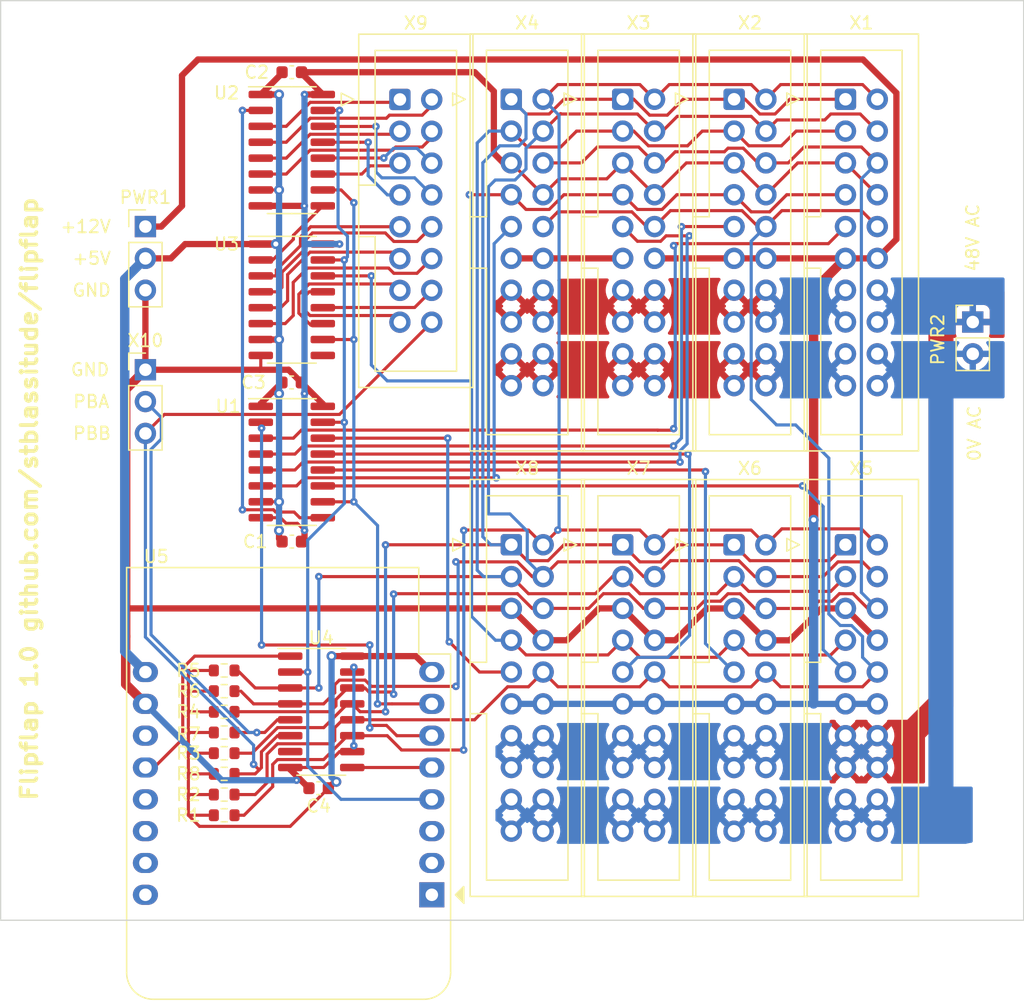
<source format=kicad_pcb>
(kicad_pcb (version 20211014) (generator pcbnew)
  (layers (0 "F.Cu" signal) (31 "B.Cu" signal) (34 "B.Paste" user) (35 "F.Paste" user) (36 "B.SilkS" user "B.Silkscreen") (37 "F.SilkS" user "F.Silkscreen") (38 "B.Mask" user) (39 "F.Mask" user) (44 "Edge.Cuts" user))
  (net 0 "")
  (net 1 "+12V")
  (net 2 "+5V")
  (net 3 "48VAC")
  (net 4 "0VAC")
  (net 5 "/{slash}DATA0")
  (net 6 "+3.3V")
  (net 7 "/{slash}DATA1")
  (net 8 "/{slash}DATA2")
  (net 9 "/{slash}DATA3")
  (net 10 "/{slash}DATA4")
  (net 11 "/{slash}DATA5")
  (net 12 "/{slash}PBA")
  (net 13 "/{slash}PBB")
  (net 14 "/MOSI")
  (net 15 "/{slash}ADL0")
  (net 16 "/{slash}ADL1")
  (net 17 "/{slash}ADL2")
  (net 18 "/{slash}ADL3")
  (net 19 "GNDD")
  (net 20 "/CS0")
  (net 21 "/{slash}ADL4")
  (net 22 "/{slash}ADL5")
  (net 23 "/{slash}ADL6")
  (net 24 "/{slash}ADL7")
  (net 25 "/SCK")
  (net 26 "/{slash}ADC0")
  (net 27 "/{slash}ADC1")
  (net 28 "/{slash}ADC2")
  (net 29 "/{slash}ADC3")
  (net 30 "/{slash}ADC7")
  (net 31 "/{slash}ADC6")
  (net 32 "/{slash}ADC5")
  (net 33 "/{slash}ADC4")
  (net 34 "/{slash}ADC8")
  (net 35 "/{slash}ADC9")
  (net 36 "/{slash}ADC10")
  (net 37 "/{slash}ADC11")
  (net 39 "/{slash}ADC12")
  (net 40 "/{slash}ADC13")
  (net 41 "/{slash}ADC14")
  (net 42 "/{slash}START")
  (net 51 "/S12")
  (net 52 "/S23")
  (net 53 "/MISO")
  (net 54 "/CS1")
  (footprint "Connector_PinHeader_2.54mm:PinHeader_1x02_P2.54mm_Vertical" (layer "F.Cu") (at 137.16 30.48)
    (fp_text reference "PWR2")
    (fp_text value "Conn_01x02" hide)
  )
  (footprint "MountingHole:MountingHole_3.5mm" (layer "F.Cu") (at 137.287 8.763)
    (fp_text reference "H4" hide)
    (fp_text value "MountingHole" hide)
  )
  (footprint "Resistor_SMD:R_0603_1608Metric" (layer "F.Cu") (at 77.407 58.293 180)
    (fp_text reference "R5")
    (fp_text value locked "10k" hide)
  )
  (footprint "Resistor_SMD:R_0603_1608Metric" (layer "F.Cu") (at 77.407 68.199 180)
    (fp_text reference "R2")
    (fp_text value "10k" hide)
  )
  (footprint "Connector_PinHeader_2.54mm:PinHeader_1x03_P2.54mm_Vertical" (layer "F.Cu") (at 71.12 22.86)
    (fp_text reference "PWR1")
    (fp_text value "Conn_01x03" hide)
  )
  (footprint "Connector_IDC:IDC-Header_2x08_P2.54mm_Vertical" (layer "F.Cu") (at 91.435 12.715)
    (fp_text reference "X9")
    (fp_text value "WSL16G" hide)
  )
  (footprint "MountingHole:MountingHole_3.5mm" (layer "F.Cu") (at 63.5 8.763)
    (fp_text reference "H3" hide)
    (fp_text value "MountingHole" hide)
  )
  (footprint "Capacitor_SMD:C_0603_1608Metric" (layer "F.Cu") (at 84.95 67.691 180)
    (fp_text reference "C4")
    (fp_text value "100n" hide)
  )
  (footprint "Resistor_SMD:R_0603_1608Metric" (layer "F.Cu") (at 77.407 59.944 180)
    (fp_text reference "R6")
    (fp_text value "10k" hide)
  )
  (footprint "Connector_IDC:IDC-Header_2x10_P2.54mm_Vertical" (layer "F.Cu") (at 100.325 12.7)
    (fp_text reference "X4")
    (fp_text value "WSL20G" hide)
  )
  (footprint "Package_SO:SOIC-16_3.9x9.9mm_P1.27mm" (layer "F.Cu") (at 85.155 61.595)
    (fp_text reference "U4")
    (fp_text value "74LV165AD")
  )
  (footprint "Resistor_SMD:R_0603_1608Metric" (layer "F.Cu") (at 77.407 69.85 180)
    (fp_text reference "R1")
    (fp_text value "10k")
  )
  (footprint "MountingHole:MountingHole_3.5mm" (layer "F.Cu") (at 63.5 74.295)
    (fp_text reference "H2" hide)
    (fp_text value "MountingHole" hide)
  )
  (footprint "Package_SO:SOIC-16_3.9x9.9mm_P1.27mm" (layer "F.Cu") (at 82.804 41.656)
    (fp_text reference "U1")
    (fp_text value "TPIC6C595DR")
  )
  (footprint "Connector_IDC:IDC-Header_2x10_P2.54mm_Vertical" (layer "F.Cu") (at 127 48.26)
    (fp_text reference "X5")
    (fp_text value "WSL20G" hide)
  )
  (footprint "Package_SO:SOIC-16_3.9x9.9mm_P1.27mm" (layer "F.Cu") (at 82.804 28.702)
    (fp_text reference "U3")
    (fp_text value "TPIC6C595DR")
  )
  (footprint "Connector_IDC:IDC-Header_2x10_P2.54mm_Vertical" (layer "F.Cu") (at 127 12.7)
    (fp_text reference "X1")
    (fp_text value "WSL20G" hide)
  )
  (footprint "Capacitor_SMD:C_0603_1608Metric" (layer "F.Cu") (at 82.791 35.306)
    (fp_text reference "C3")
    (fp_text value "100n" hide)
  )
  (footprint "Connector_PinHeader_2.54mm:PinHeader_1x03_P2.54mm_Vertical" (layer "F.Cu") (at 71.12 34.29)
    (fp_text reference "X10")
    (fp_text value "Conn_01x03" hide)
  )
  (footprint "MountingHole:MountingHole_3.5mm" (layer "F.Cu") (at 137.287 74.295)
    (fp_text reference "H1" hide)
    (fp_text value "MountingHole" hide)
  )
  (footprint "Connector_IDC:IDC-Header_2x10_P2.54mm_Vertical" (layer "F.Cu") (at 109.22 48.26)
    (fp_text reference "X7")
    (fp_text value "WSL20G" hide)
  )
  (footprint "Resistor_SMD:R_0603_1608Metric" (layer "F.Cu") (at 77.407 64.897 180)
    (fp_text reference "R3")
    (fp_text value "10k" hide)
  )
  (footprint "Connector_IDC:IDC-Header_2x10_P2.54mm_Vertical" (layer "F.Cu") (at 118.11 12.7)
    (fp_text reference "X2")
    (fp_text value "WSL20G" hide)
  )
  (footprint "Resistor_SMD:R_0603_1608Metric" (layer "F.Cu") (at 77.407 61.595 180)
    (fp_text reference "R4")
    (fp_text value "10k" hide)
  )
  (footprint "Capacitor_SMD:C_0603_1608Metric" (layer "F.Cu") (at 82.804 10.541)
    (fp_text reference "C2")
    (fp_text value "100n" hide)
  )
  (footprint "Resistor_SMD:R_0603_1608Metric" (layer "F.Cu") (at 77.407 66.548 180)
    (fp_text reference "R8")
    (fp_text value "10k" hide)
  )
  (footprint "Connector_IDC:IDC-Header_2x10_P2.54mm_Vertical" (layer "F.Cu") (at 100.33 48.26)
    (fp_text reference "X8")
    (fp_text value "WSL20G" hide)
  )
  (footprint "Capacitor_SMD:C_0603_1608Metric" (layer "F.Cu") (at 82.804 48.006)
    (fp_text reference "C1")
    (fp_text value "100n" hide)
  )
  (footprint "Module:WEMOS_D1_mini_light" (layer "F.Cu") (at 93.98 76.2 180)
    (fp_text reference "U5")
    (fp_text value "D1 mini")
  )
  (footprint "Connector_IDC:IDC-Header_2x10_P2.54mm_Vertical" (layer "F.Cu") (at 109.22 12.7)
    (fp_text reference "X3")
    (fp_text value "WSL20G" hide)
  )
  (footprint "Package_SO:SOIC-16_3.9x9.9mm_P1.27mm" (layer "F.Cu") (at 82.804 16.764)
    (fp_text reference "U2")
    (fp_text value "TPIC6C595DR")
  )
  (footprint "Resistor_SMD:R_0603_1608Metric" (layer "F.Cu") (at 77.407 63.246 180)
    (fp_text reference "R7")
    (fp_text value "10k" hide)
  )
  (footprint "Connector_IDC:IDC-Header_2x10_P2.54mm_Vertical" (layer "F.Cu") (at 118.105 48.265)
    (fp_text reference "X6")
    (fp_text value "WSL20G" hide)
  )
  (gr_rect (start 141.224 4.826) (end 59.563 78.232) (layer "Edge.Cuts") (width 0.1) (fill none))
  (gr_text "0V AC" (at 137.287 39.37 90) (layer "F.SilkS") (effects (font (size 1 1))))
  (gr_text "GND" (at 68.453 27.94) (layer "F.SilkS") (effects (font (size 1 1)) (justify right)))
  (gr_text "PBB" (at 68.453 39.37) (layer "F.SilkS") (effects (font (size 1 1)) (justify right)))
  (gr_text "+5V" (at 68.453 25.4) (layer "F.SilkS") (effects (font (size 1 1)) (justify right)))
  (gr_text "Flipflap 1.0 github.com/stblassitude/flipflap" (at 61.849 68.834 90) (layer "F.SilkS") (effects (font (size 1.26 1.4) (thickness 0.3)) (justify left)))
  (gr_text "48V AC" (at 137.16 23.749 90) (layer "F.SilkS") (effects (font (size 1 1))))
  (gr_text "PBA" (at 68.326 36.83) (layer "F.SilkS") (effects (font (size 1 1)) (justify right)))
  (gr_text "GND" (at 68.326 34.29) (layer "F.SilkS") (effects (font (size 1 1)) (justify right)))
  (gr_text "+12V" (at 68.453 22.86) (layer "F.SilkS") (effects (font (size 1 1)) (justify right)))
  (segment (start 124.46 27.94) (end 124.46 46.2655) (width 0.75) (layer "F.Cu") (net 1))
  (segment (start 72.39 22.86) (end 74.041 21.209) (width 0.5) (layer "F.Cu") (net 1))
  (segment (start 127 25.4) (end 125.349 27.051) (width 0.75) (layer "F.Cu") (net 1))
  (segment (start 128.397 9.525) (end 131.064 12.192) (width 0.5) (layer "F.Cu") (net 1))
  (segment (start 111.76 25.4) (end 118.11 25.4) (width 0.5) (layer "F.Cu") (net 1))
  (segment (start 102.865 25.4) (end 109.22 25.4) (width 0.5) (layer "F.Cu") (net 1))
  (segment (start 74.041 10.795) (end 75.311 9.525) (width 0.5) (layer "F.Cu") (net 1))
  (segment (start 74.041 21.209) (end 74.041 10.795) (width 0.5) (layer "F.Cu") (net 1))
  (segment (start 127 25.4) (end 129.54 25.4) (width 0.5) (layer "F.Cu") (net 1))
  (segment (start 75.311 9.525) (end 128.397 9.525) (width 0.5) (layer "F.Cu") (net 1))
  (segment (start 131.064 23.876) (end 129.54 25.4) (width 0.5) (layer "F.Cu") (net 1))
  (segment (start 120.65 25.4) (end 127 25.4) (width 0.5) (layer "F.Cu") (net 1))
  (segment (start 125.349 27.051) (end 124.46 27.94) (width 0.75) (layer "F.Cu") (net 1))
  (segment (start 131.064 12.192) (end 131.064 23.876) (width 0.5) (layer "F.Cu") (net 1))
  (segment (start 118.11 25.4) (end 120.65 25.4) (width 0.5) (layer "F.Cu") (net 1))
  (segment (start 71.12 22.86) (end 72.39 22.86) (width 0.5) (layer "F.Cu") (net 1))
  (segment (start 100.325 25.4) (end 102.865 25.4) (width 0.5) (layer "F.Cu") (net 1))
  (via (at 124.46 46.2655) (size 0.8) (drill 0.4) (layers "F.Cu" "B.Cu") (net 1))
  (segment (start 124.46 46.2655) (end 124.46 60.96) (width 0.75) (layer "B.Cu") (net 1))
  (segment (start 124.46 60.96) (end 124.455 60.965) (width 0.75) (layer "B.Cu") (net 1))
  (segment (start 126.995 60.965) (end 127 60.96) (width 0.5) (layer "B.Cu") (net 1))
  (segment (start 118.105 60.965) (end 111.765 60.965) (width 0.5) (layer "B.Cu") (net 1))
  (segment (start 102.87 60.96) (end 109.22 60.96) (width 0.5) (layer "B.Cu") (net 1))
  (segment (start 111.765 60.965) (end 111.76 60.96) (width 0.5) (layer "B.Cu") (net 1))
  (segment (start 127 60.96) (end 129.54 60.96) (width 0.5) (layer "B.Cu") (net 1))
  (segment (start 120.645 60.965) (end 124.455 60.965) (width 0.5) (layer "B.Cu") (net 1))
  (segment (start 118.105 60.965) (end 120.645 60.965) (width 0.5) (layer "B.Cu") (net 1))
  (segment (start 111.76 60.96) (end 109.22 60.96) (width 0.5) (layer "B.Cu") (net 1))
  (segment (start 124.455 60.965) (end 126.995 60.965) (width 0.5) (layer "B.Cu") (net 1))
  (segment (start 100.33 60.96) (end 102.87 60.96) (width 0.5) (layer "B.Cu") (net 1))
  (segment (start 81.732529 24.252701) (end 81.529701 24.252701) (width 0.5) (layer "F.Cu") (net 2))
  (segment (start 80.329 44.831) (end 81.788 44.831) (width 0.25) (layer "F.Cu") (net 2))
  (segment (start 80.329 31.877) (end 81.788 31.877) (width 0.5) (layer "F.Cu") (net 2))
  (segment (start 82.029 10.541) (end 82.029 10.619) (width 0.5) (layer "F.Cu") (net 2))
  (segment (start 71.12 25.4) (end 73.152 25.4) (width 0.5) (layer "F.Cu") (net 2))
  (segment (start 81.788 47.765) (end 82.029 48.006) (width 0.5) (layer "F.Cu") (net 2))
  (segment (start 80.329 24.257) (end 81.736828 24.257) (width 0.5) (layer "F.Cu") (net 2))
  (segment (start 81.736828 24.257) (end 81.732529 24.252701) (width 0.5) (layer "F.Cu") (net 2))
  (segment (start 81.788 47.117) (end 81.788 47.765) (width 0.5) (layer "F.Cu") (net 2))
  (segment (start 80.329 36.993) (end 82.016 35.306) (width 0.5) (layer "F.Cu") (net 2))
  (segment (start 80.329 37.211) (end 80.329 36.993) (width 0.5) (layer "F.Cu") (net 2))
  (segment (start 74.295 24.257) (end 80.329 24.257) (width 0.5) (layer "F.Cu") (net 2))
  (segment (start 82.029 10.619) (end 80.329 12.319) (width 0.5) (layer "F.Cu") (net 2))
  (segment (start 80.329 19.939) (end 81.788 19.939) (width 0.25) (layer "F.Cu") (net 2))
  (segment (start 80.329 12.319) (end 81.788 12.319) (width 0.5) (layer "F.Cu") (net 2))
  (segment (start 73.152 25.4) (end 74.295 24.257) (width 0.5) (layer "F.Cu") (net 2))
  (via (at 81.788 31.877) (size 0.8) (drill 0.4) (layers "F.Cu" "B.Cu") (net 2))
  (via (at 81.529701 24.252701) (size 0.8) (drill 0.4) (layers "F.Cu" "B.Cu") (net 2))
  (via (at 81.788 36.195) (size 0.8) (drill 0.4) (layers "F.Cu" "B.Cu") (net 2))
  (via (at 81.788 44.831) (size 0.8) (drill 0.4) (layers "F.Cu" "B.Cu") (net 2))
  (via (at 81.788 19.939) (size 0.8) (drill 0.4) (layers "F.Cu" "B.Cu") (net 2))
  (via (at 81.788 47.117) (size 0.8) (drill 0.4) (layers "F.Cu" "B.Cu") (net 2))
  (via (at 81.788 12.319) (size 0.8) (drill 0.4) (layers "F.Cu" "B.Cu") (net 2))
  (segment (start 81.788 12.319) (end 81.788 31.877) (width 0.5) (layer "B.Cu") (net 2))
  (segment (start 69.469 27.051) (end 69.469 56.769) (width 0.75) (layer "B.Cu") (net 2))
  (segment (start 71.12 25.4) (end 69.469 27.051) (width 0.75) (layer "B.Cu") (net 2))
  (segment (start 69.469 56.769) (end 71.12 58.42) (width 0.75) (layer "B.Cu") (net 2))
  (segment (start 81.788 31.877) (end 81.788 36.195) (width 0.5) (layer "B.Cu") (net 2))
  (segment (start 81.788 36.195) (end 81.788 47.117) (width 0.5) (layer "B.Cu") (net 2))
  (segment (start 132.08 63.5) (end 134.62 60.96) (width 2) (layer "F.Cu") (net 3))
  (segment (start 134.62 60.96) (end 134.62 30.48) (width 2) (layer "F.Cu") (net 3))
  (segment (start 134.62 68.58) (end 134.62 35.56) (width 2) (layer "B.Cu") (net 4))
  (segment (start 121.825 11.525) (end 128.365 11.525) (width 0.25) (layer "F.Cu") (net 5))
  (segment (start 128.27 46.99) (end 121.92 46.99) (width 0.25) (layer "F.Cu") (net 5))
  (segment (start 102.87 48.26) (end 104.045 47.085) (width 0.25) (layer "F.Cu") (net 5))
  (segment (start 81.28 67.564) (end 78.994 69.85) (width 0.25) (layer "F.Cu") (net 5))
  (segment (start 81.28 65.793249) (end 81.28 67.564) (width 0.25) (layer "F.Cu") (net 5))
  (segment (start 121.92 46.99) (end 120.645 48.265) (width 0.25) (layer "F.Cu") (net 5))
  (segment (start 128.365 11.525) (end 129.54 12.7) (width 0.25) (layer "F.Cu") (net 5))
  (segment (start 119.47 47.09) (end 112.93 47.09) (width 0.25) (layer "F.Cu") (net 5))
  (segment (start 110.585 47.085) (end 111.76 48.26) (width 0.25) (layer "F.Cu") (net 5))
  (segment (start 119.475 11.525) (end 120.65 12.7) (width 0.25) (layer "F.Cu") (net 5))
  (segment (start 91.567 64.643) (end 90.424 63.5) (width 0.25) (layer "F.Cu") (net 5))
  (segment (start 87.63 63.5) (end 87.253249 63.5) (width 0.25) (layer "F.Cu") (net 5))
  (segment (start 102.865 12.7) (end 104.04 11.525) (width 0.25) (layer "F.Cu") (net 5))
  (segment (start 85.348249 65.405) (end 81.668249 65.405) (width 0.25) (layer "F.Cu") (net 5))
  (segment (start 96.5625 47.085) (end 96.5305 47.117) (width 0.25) (layer "F.Cu") (net 5))
  (segment (start 96.52 64.643) (end 91.567 64.643) (width 0.25) (layer "F.Cu") (net 5))
  (segment (start 112.93 47.09) (end 111.76 48.26) (width 0.25) (layer "F.Cu") (net 5))
  (segment (start 129.54 48.26) (end 128.27 46.99) (width 0.25) (layer "F.Cu") (net 5))
  (segment (start 90.424 63.5) (end 87.63 63.5) (width 0.25) (layer "F.Cu") (net 5))
  (segment (start 101.695 47.085) (end 96.5625 47.085) (width 0.25) (layer "F.Cu") (net 5))
  (segment (start 102.87 48.26) (end 101.695 47.085) (width 0.25) (layer "F.Cu") (net 5))
  (segment (start 111.76 12.7) (end 112.935 11.525) (width 0.25) (layer "F.Cu") (net 5))
  (segment (start 110.585 11.525) (end 111.76 12.7) (width 0.25) (layer "F.Cu") (net 5))
  (segment (start 104.045 47.085) (end 110.585 47.085) (width 0.25) (layer "F.Cu") (net 5))
  (segment (start 104.04 11.525) (end 110.585 11.525) (width 0.25) (layer "F.Cu") (net 5))
  (segment (start 78.994 69.85) (end 78.232 69.85) (width 0.25) (layer "F.Cu") (net 5))
  (segment (start 81.668249 65.405) (end 81.28 65.793249) (width 0.25) (layer "F.Cu") (net 5))
  (segment (start 120.65 12.7) (end 121.825 11.525) (width 0.25) (layer "F.Cu") (net 5))
  (segment (start 112.935 11.525) (end 119.475 11.525) (width 0.25) (layer "F.Cu") (net 5))
  (segment (start 87.253249 63.5) (end 85.348249 65.405) (width 0.25) (layer "F.Cu") (net 5))
  (segment (start 120.645 48.265) (end 119.47 47.09) (width 0.25) (layer "F.Cu") (net 5))
  (via (at 104.045 47.085) (size 0.6) (drill 0.2) (layers "F.Cu" "B.Cu") (net 5))
  (via (at 96.52 64.643) (size 0.6) (drill 0.2) (layers "F.Cu" "B.Cu") (net 5))
  (via (at 96.5305 47.117) (size 0.6) (drill 0.2) (layers "F.Cu" "B.Cu") (net 5))
  (segment (start 102.865 12.7) (end 104.14 13.975) (width 0.25) (layer "B.Cu") (net 5))
  (segment (start 96.5305 64.6535) (end 96.52 64.643) (width 0.25) (layer "B.Cu") (net 5))
  (segment (start 96.5305 47.117) (end 96.5305 64.7595) (width 0.25) (layer "B.Cu") (net 5))
  (segment (start 104.14 46.99) (end 104.045 47.085) (width 0.25) (layer "B.Cu") (net 5))
  (segment (start 96.5305 64.7595) (end 96.5305 64.6535) (width 0.25) (layer "B.Cu") (net 5))
  (segment (start 104.14 13.975) (end 104.14 46.99) (width 0.25) (layer "B.Cu") (net 5))
  (segment (start 86.36 67.183) (end 86.233 67.183) (width 0.5) (layer "F.Cu") (net 6))
  (segment (start 74.549 69.85) (end 76.582 69.85) (width 0.25) (layer "F.Cu") (net 6))
  (segment (start 93.98 58.42) (end 92.71 57.15) (width 0.5) (layer "F.Cu") (net 6))
  (segment (start 86.233 67.183) (end 85.725 67.691) (width 0.5) (layer "F.Cu") (net 6))
  (segment (start 76.582 59.944) (end 74.676 59.944) (width 0.25) (layer "F.Cu") (net 6))
  (segment (start 74.676 59.944) (end 74.549 60.071) (width 0.25) (layer "F.Cu") (net 6))
  (segment (start 74.676 63.246) (end 74.549 63.373) (width 0.25) (layer "F.Cu") (net 6))
  (segment (start 85.725 67.691) (end 82.677 70.739) (width 0.25) (layer "F.Cu") (net 6))
  (segment (start 74.549 58.293) (end 74.549 60.071) (width 0.25) (layer "F.Cu") (net 6))
  (segment (start 76.582 68.199) (end 74.676 68.199) (width 0.25) (layer "F.Cu") (net 6))
  (segment (start 74.549 60.071) (end 74.549 61.468) (width 0.25) (layer "F.Cu") (net 6))
  (segment (start 76.582 63.246) (end 74.676 63.246) (width 0.25) (layer "F.Cu") (net 6))
  (segment (start 74.549 61.468) (end 74.549 63.373) (width 0.25) (layer "F.Cu") (net 6))
  (segment (start 74.549 63.373) (end 74.549 64.897) (width 0.25) (layer "F.Cu") (net 6))
  (segment (start 76.582 66.548) (end 74.676 66.548) (width 0.25) (layer "F.Cu") (net 6))
  (segment (start 75.438 70.739) (end 74.549 69.85) (width 0.25) (layer "F.Cu") (net 6))
  (segment (start 74.549 66.421) (end 74.549 68.326) (width 0.25) (layer "F.Cu") (net 6))
  (segment (start 87.63 57.15) (end 85.979 57.15) (width 0.5) (layer "F.Cu") (net 6))
  (segment (start 82.677 70.739) (end 75.438 70.739) (width 0.25) (layer "F.Cu") (net 6))
  (segment (start 92.71 57.15) (end 87.63 57.15) (width 0.5) (layer "F.Cu") (net 6))
  (segment (start 74.676 68.199) (end 74.549 68.326) (width 0.25) (layer "F.Cu") (net 6))
  (segment (start 74.549 68.326) (end 74.549 69.85) (width 0.25) (layer "F.Cu") (net 6))
  (segment (start 74.549 64.897) (end 74.549 66.421) (width 0.25) (layer "F.Cu") (net 6))
  (segment (start 76.582 58.293) (end 74.549 58.293) (width 0.25) (layer "F.Cu") (net 6))
  (segment (start 74.676 66.548) (end 74.549 66.421) (width 0.25) (layer "F.Cu") (net 6))
  (segment (start 76.582 64.897) (end 74.549 64.897) (width 0.25) (layer "F.Cu") (net 6))
  (segment (start 74.676 61.595) (end 74.549 61.468) (width 0.25) (layer "F.Cu") (net 6))
  (segment (start 76.582 61.595) (end 74.676 61.595) (width 0.25) (layer "F.Cu") (net 6))
  (via (at 85.979 57.15) (size 0.8) (drill 0.4) (layers "F.Cu" "B.Cu") (net 6))
  (via (at 86.36 67.183) (size 0.8) (drill 0.4) (layers "F.Cu" "B.Cu") (net 6))
  (segment (start 85.979 66.802) (end 86.36 67.183) (width 0.5) (layer "B.Cu") (net 6))
  (segment (start 85.979 57.15) (end 85.979 66.802) (width 0.5) (layer "B.Cu") (net 6))
  (segment (start 118.743604 21.59) (end 120.013604 22.86) (width 0.25) (layer "F.Cu") (net 7))
  (segment (start 121.92 21.59) (end 128.27 21.59) (width 0.25) (layer "F.Cu") (net 7))
  (segment (start 78.232 68.199) (end 79.883 68.199) (width 0.25) (layer "F.Cu") (net 7))
  (segment (start 112.94 59.6) (end 119.47 59.6) (width 0.25) (layer "F.Cu") (net 7))
  (segment (start 79.883 68.199) (end 80.83 67.252) (width 0.25) (layer "F.Cu") (net 7))
  (segment (start 109.948604 21.685) (end 111.123604 22.86) (width 0.25) (layer "F.Cu") (net 7))
  (segment (start 102.87 58.42) (end 101.695 59.595) (width 0.25) (layer "F.Cu") (net 7))
  (segment (start 102.865 22.86) (end 104.04 21.685) (width 0.25) (layer "F.Cu") (net 7))
  (segment (start 100.033299 59.595) (end 97.398299 62.23) (width 0.25) (layer "F.Cu") (net 7))
  (segment (start 121.815 59.595) (end 128.365 59.595) (width 0.25) (layer "F.Cu") (net 7))
  (segment (start 120.013604 22.86) (end 120.65 22.86) (width 0.25) (layer "F.Cu") (net 7))
  (segment (start 86.233 62.865) (end 86.868 62.23) (width 0.25) (layer "F.Cu") (net 7))
  (segment (start 104.04 21.685) (end 109.948604 21.685) (width 0.25) (layer "F.Cu") (net 7))
  (segment (start 113.03 21.59) (end 118.743604 21.59) (width 0.25) (layer "F.Cu") (net 7))
  (segment (start 97.398299 62.23) (end 87.63 62.23) (width 0.25) (layer "F.Cu") (net 7))
  (segment (start 86.868 62.23) (end 87.63 62.23) (width 0.25) (layer "F.Cu") (net 7))
  (segment (start 81.658249 64.145) (end 85.971853 64.145) (width 0.25) (layer "F.Cu") (net 7))
  (segment (start 128.27 21.59) (end 129.54 22.86) (width 0.25) (layer "F.Cu") (net 7))
  (segment (start 128.365 59.595) (end 129.54 58.42) (width 0.25) (layer "F.Cu") (net 7))
  (segment (start 80.83 64.973249) (end 81.658249 64.145) (width 0.25) (layer "F.Cu") (net 7))
  (segment (start 110.585 59.595) (end 111.76 58.42) (width 0.25) (layer "F.Cu") (net 7))
  (segment (start 85.971853 64.145) (end 86.233 63.883853) (width 0.25) (layer "F.Cu") (net 7))
  (segment (start 120.645 58.425) (end 121.815 59.595) (width 0.25) (layer "F.Cu") (net 7))
  (segment (start 111.76 58.42) (end 112.94 59.6) (width 0.25) (layer "F.Cu") (net 7))
  (segment (start 120.65 22.86) (end 121.92 21.59) (width 0.25) (layer "F.Cu") (net 7))
  (segment (start 102.87 58.42) (end 104.045 59.595) (width 0.25) (layer "F.Cu") (net 7))
  (segment (start 111.76 22.86) (end 113.03 21.59) (width 0.25) (layer "F.Cu") (net 7))
  (segment (start 86.233 63.883853) (end 86.233 62.865) (width 0.25) (layer "F.Cu") (net 7))
  (segment (start 104.045 59.595) (end 110.585 59.595) (width 0.25) (layer "F.Cu") (net 7))
  (segment (start 101.695 59.595) (end 100.033299 59.595) (width 0.25) (layer "F.Cu") (net 7))
  (segment (start 80.83 67.252) (end 80.83 64.973249) (width 0.25) (layer "F.Cu") (net 7))
  (segment (start 119.47 59.6) (end 120.645 58.425) (width 0.25) (layer "F.Cu") (net 7))
  (segment (start 111.123604 22.86) (end 111.76 22.86) (width 0.25) (layer "F.Cu") (net 7))
  (segment (start 128.365 57.245) (end 129.54 58.42) (width 0.25) (layer "B.Cu") (net 7))
  (segment (start 125.672 53.79) (end 126.587 54.705) (width 0.25) (layer "B.Cu") (net 7))
  (segment (start 126.587 54.705) (end 127.486701 54.705) (width 0.25) (layer "B.Cu") (net 7))
  (segment (start 123.024 38.696) (end 125.672 41.344) (width 0.25) (layer "B.Cu") (net 7))
  (segment (start 127.486701 54.705) (end 128.365 55.583299) (width 0.25) (layer "B.Cu") (net 7))
  (segment (start 119.475 24.035) (end 119.475 36.671) (width 0.25) (layer "B.Cu") (net 7))
  (segment (start 128.365 55.583299) (end 128.365 57.245) (width 0.25) (layer "B.Cu") (net 7))
  (segment (start 125.672 41.344) (end 125.672 53.79) (width 0.25) (layer "B.Cu") (net 7))
  (segment (start 120.65 22.86) (end 119.475 24.035) (width 0.25) (layer "B.Cu") (net 7))
  (segment (start 119.475 36.671) (end 121.5 38.696) (width 0.25) (layer "B.Cu") (net 7))
  (segment (start 121.5 38.696) (end 123.024 38.696) (width 0.25) (layer "B.Cu") (net 7))
  (segment (start 100.325 12.7) (end 101.5 13.875) (width 0.25) (layer "F.Cu") (net 8))
  (segment (start 101.6 49.53) (end 100.33 48.26) (width 0.25) (layer "F.Cu") (net 8))
  (segment (start 109.22 12.7) (end 110.098299 12.7) (width 0.25) (layer "F.Cu") (net 8))
  (segment (start 121.38 13.875) (end 122.555 12.7) (width 0.25) (layer "F.Cu") (net 8))
  (segment (start 119.37 49.53) (end 118.105 48.265) (width 0.25) (layer "F.Cu") (net 8))
  (segment (start 122.555 12.7) (end 127 12.7) (width 0.25) (layer "F.Cu") (net 8))
  (segment (start 100.33 48.26) (end 90.297 48.26) (width 0.25) (layer "F.Cu") (net 8))
  (segment (start 118.105 48.265) (end 113.606701 48.265) (width 0.25) (layer "F.Cu") (net 8))
  (segment (start 101.5 13.875) (end 103.351701 13.875) (width 0.25) (layer "F.Cu") (net 8))
  (segment (start 110.098299 12.7) (end 111.368299 13.97) (width 0.25) (layer "F.Cu") (net 8))
  (segment (start 118.988299 12.7) (end 120.163299 13.875) (width 0.25) (layer "F.Cu") (net 8))
  (segment (start 78.295 64.897) (end 79.629 64.897) (width 0.25) (layer "F.Cu") (net 8))
  (segment (start 114.046 12.7) (end 118.11 12.7) (width 0.25) (layer "F.Cu") (net 8))
  (segment (start 113.606701 48.265) (end 112.246701 49.625) (width 0.25) (layer "F.Cu") (net 8))
  (segment (start 120.163299 13.875) (end 121.38 13.875) (width 0.25) (layer "F.Cu") (net 8))
  (segment (start 87.249 60.96) (end 87.63 60.96) (width 0.25) (layer "F.Cu") (net 8))
  (segment (start 125.73 49.53) (end 119.37 49.53) (width 0.25) (layer "F.Cu") (net 8))
  (segment (start 88.255 61.585) (end 90.287 61.585) (width 0.25) (layer "F.Cu") (net 8))
  (segment (start 90.297 48.26) (end 90.287 48.27) (width 0.25) (layer "F.Cu") (net 8))
  (segment (start 85.354 62.855) (end 87.249 60.96) (width 0.25) (layer "F.Cu") (net 8))
  (segment (start 87.63 60.96) (end 88.255 61.585) (width 0.25) (layer "F.Cu") (net 8))
  (segment (start 103.351701 13.875) (end 104.526701 12.7) (width 0.25) (layer "F.Cu") (net 8))
  (segment (start 112.246701 49.625) (end 110.585 49.625) (width 0.25) (layer "F.Cu") (net 8))
  (segment (start 79.629 64.897) (end 81.671 62.855) (width 0.25) (layer "F.Cu") (net 8))
  (segment (start 81.671 62.855) (end 85.354 62.855) (width 0.25) (layer "F.Cu") (net 8))
  (segment (start 118.11 12.7) (end 118.988299 12.7) (width 0.25) (layer "F.Cu") (net 8))
  (segment (start 111.368299 13.97) (end 112.776 13.97) (width 0.25) (layer "F.Cu") (net 8))
  (segment (start 112.776 13.97) (end 114.046 12.7) (width 0.25) (layer "F.Cu") (net 8))
  (segment (start 103.261701 49.53) (end 101.6 49.53) (width 0.25) (layer "F.Cu") (net 8))
  (segment (start 127 48.26) (end 125.73 49.53) (width 0.25) (layer "F.Cu") (net 8))
  (segment (start 104.531701 48.26) (end 103.261701 49.53) (width 0.25) (layer "F.Cu") (net 8))
  (segment (start 110.585 49.625) (end 109.22 48.26) (width 0.25) (layer "F.Cu") (net 8))
  (segment (start 109.22 48.26) (end 104.531701 48.26) (width 0.25) (layer "F.Cu") (net 8))
  (segment (start 104.526701 12.7) (end 109.22 12.7) (width 0.25) (layer "F.Cu") (net 8))
  (via (at 90.287 61.585) (size 0.6) (drill 0.2) (layers "F.Cu" "B.Cu") (net 8))
  (via (at 90.287 48.27) (size 0.6) (drill 0.2) (layers "F.Cu" "B.Cu") (net 8))
  (segment (start 101.5 15.848) (end 101.5 13.875) (width 0.25) (layer "B.Cu") (net 8))
  (segment (start 98.055 47.625) (end 98.055 17.769) (width 0.25) (layer "B.Cu") (net 8))
  (segment (start 98.69 48.26) (end 98.055 47.625) (width 0.25) (layer "B.Cu") (net 8))
  (segment (start 98.055 17.769) (end 99.409 16.415) (width 0.25) (layer "B.Cu") (net 8))
  (segment (start 90.287 61.585) (end 90.287 48.27) (width 0.25) (layer "B.Cu") (net 8))
  (segment (start 101.5 13.875) (end 100.325 12.7) (width 0.25) (layer "B.Cu") (net 8))
  (segment (start 100.933 16.415) (end 101.5 15.848) (width 0.25) (layer "B.Cu") (net 8))
  (segment (start 100.33 48.26) (end 98.69 48.26) (width 0.25) (layer "B.Cu") (net 8))
  (segment (start 99.409 16.415) (end 100.933 16.415) (width 0.25) (layer "B.Cu") (net 8))
  (segment (start 120.65 17.78) (end 122.428 17.78) (width 0.25) (layer "F.Cu") (net 9))
  (segment (start 111.76 53.34) (end 115.137828 53.34) (width 0.25) (layer "F.Cu") (net 9))
  (segment (start 120.013604 17.78) (end 120.65 17.78) (width 0.25) (layer "F.Cu") (net 9))
  (segment (start 115.137828 53.34) (end 115.712828 52.765) (width 0.25) (layer "F.Cu") (net 9))
  (segment (start 110.881701 53.34) (end 111.76 53.34) (width 0.25) (layer "F.Cu") (net 9))
  (segment (start 90.964 52.165) (end 90.932 52.197) (width 0.25) (layer "F.Cu") (net 9))
  (segment (start 125.913299 52.765) (end 126.513299 52.165) (width 0.25) (layer "F.Cu") (net 9))
  (segment (start 120.645 53.345) (end 124.276828 53.345) (width 0.25) (layer "F.Cu") (net 9))
  (segment (start 87.253249 59.69) (end 87.63 59.69) (width 0.25) (layer "F.Cu") (net 9))
  (segment (start 127.603 52.165) (end 128.778 53.34) (width 0.25) (layer "F.Cu") (net 9))
  (segment (start 115.712828 52.765) (end 117.023299 52.765) (width 0.25) (layer "F.Cu") (net 9))
  (segment (start 113.411 16.891) (end 117.337299 16.891) (width 0.25) (layer "F.Cu") (net 9))
  (segment (start 86.33 60.613249) (end 87.253249 59.69) (width 0.25) (layer "F.Cu") (net 9))
  (segment (start 107.676828 52.165) (end 109.706701 52.165) (width 0.25) (layer "F.Cu") (net 9))
  (segment (start 110.49 16.51) (end 111.76 17.78) (width 0.25) (layer "F.Cu") (net 9))
  (segment (start 88.644604 59.69) (end 88.967604 60.013) (width 0.25) (layer "F.Cu") (net 9))
  (segment (start 119.766701 53.345) (end 120.645 53.345) (width 0.25) (layer "F.Cu") (net 9))
  (segment (start 106.501828 53.34) (end 107.676828 52.165) (width 0.25) (layer "F.Cu") (net 9))
  (segment (start 128.778 53.34) (end 129.54 53.34) (width 0.25) (layer "F.Cu") (net 9))
  (segment (start 126.513299 52.165) (end 127.603 52.165) (width 0.25) (layer "F.Cu") (net 9))
  (segment (start 118.591701 52.17) (end 119.766701 53.345) (width 0.25) (layer "F.Cu") (net 9))
  (segment (start 101.991701 53.34) (end 100.816701 52.165) (width 0.25) (layer "F.Cu") (net 9))
  (segment (start 102.865 17.78) (end 105.918 17.78) (width 0.25) (layer "F.Cu") (net 9))
  (segment (start 122.428 17.78) (end 123.698 16.51) (width 0.25) (layer "F.Cu") (net 9))
  (segment (start 123.698 16.51) (end 128.27 16.51) (width 0.25) (layer "F.Cu") (net 9))
  (segment (start 100.816701 52.165) (end 90.964 52.165) (width 0.25) (layer "F.Cu") (net 9))
  (segment (start 102.87 53.34) (end 101.991701 53.34) (width 0.25) (layer "F.Cu") (net 9))
  (segment (start 85.862 61.585) (end 86.33 61.117) (width 0.25) (layer "F.Cu") (net 9))
  (segment (start 117.623299 16.605) (end 118.838604 16.605) (width 0.25) (layer "F.Cu") (net 9))
  (segment (start 117.618299 52.17) (end 118.591701 52.17) (width 0.25) (layer "F.Cu") (net 9))
  (segment (start 124.856828 52.765) (end 125.913299 52.765) (width 0.25) (layer "F.Cu") (net 9))
  (segment (start 78.369 61.585) (end 85.862 61.585) (width 0.25) (layer "F.Cu") (net 9))
  (segment (start 102.87 53.34) (end 106.501828 53.34) (width 0.25) (layer "F.Cu") (net 9))
  (segment (start 118.838604 16.605) (end 120.013604 17.78) (width 0.25) (layer "F.Cu") (net 9))
  (segment (start 112.522 17.78) (end 113.411 16.891) (width 0.25) (layer "F.Cu") (net 9))
  (segment (start 86.33 61.117) (end 86.33 60.613249) (width 0.25) (layer "F.Cu") (net 9))
  (segment (start 124.276828 53.345) (end 124.856828 52.765) (width 0.25) (layer "F.Cu") (net 9))
  (segment (start 111.76 17.78) (end 112.522 17.78) (width 0.25) (layer "F.Cu") (net 9))
  (segment (start 117.337299 16.891) (end 117.623299 16.605) (width 0.25) (layer "F.Cu") (net 9))
  (segment (start 128.27 16.51) (end 129.54 17.78) (width 0.25) (layer "F.Cu") (net 9))
  (segment (start 107.188 16.51) (end 110.49 16.51) (width 0.25) (layer "F.Cu") (net 9))
  (segment (start 88.967604 60.013) (end 90.7575 60.013) (width 0.25) (layer "F.Cu") (net 9))
  (segment (start 90.7575 60.013) (end 90.932 60.1875) (width 0.25) (layer "F.Cu") (net 9))
  (segment (start 117.023299 52.765) (end 117.618299 52.17) (width 0.25) (layer "F.Cu") (net 9))
  (segment (start 87.63 59.69) (end 88.644604 59.69) (width 0.25) (layer "F.Cu") (net 9))
  (segment (start 105.918 17.78) (end 107.188 16.51) (width 0.25) (layer "F.Cu") (net 9))
  (segment (start 109.706701 52.165) (end 110.881701 53.34) (width 0.25) (layer "F.Cu") (net 9))
  (via (at 90.932 52.197) (size 0.6) (drill 0.2) (layers "F.Cu" "B.Cu") (net 9))
  (via (at 90.932 60.1875) (size 0.6) (drill 0.2) (layers "F.Cu" "B.Cu") (net 9))
  (segment (start 128.27 19.05) (end 128.27 52.07) (width 0.25) (layer "B.Cu") (net 9))
  (segment (start 128.27 52.07) (end 129.54 53.34) (width 0.25) (layer "B.Cu") (net 9))
  (segment (start 129.54 17.78) (end 128.27 19.05) (width 0.25) (layer "B.Cu") (net 9))
  (segment (start 90.932 60.1875) (end 90.932 52.197) (width 0.25) (layer "B.Cu") (net 9))
  (segment (start 110.098299 15.24) (end 111.273299 16.415) (width 0.25) (layer "F.Cu") (net 10))
  (segment (start 118.11 15.24) (end 119.285 16.415) (width 0.25) (layer "F.Cu") (net 10))
  (segment (start 111.273299 16.415) (end 114.395 16.415) (width 0.25) (layer "F.Cu") (net 10))
  (segment (start 100.325 15.24) (end 101.595 16.51) (width 0.25) (layer "F.Cu") (net 10))
  (segment (start 121.888 16.415) (end 123.063 15.24) (width 0.25) (layer "F.Cu") (net 10))
  (segment (start 82.68 59.69) (end 84.963 59.69) (width 0.25) (layer "F.Cu") (net 10))
  (segment (start 104.267 16.51) (end 105.537 15.24) (width 0.25) (layer "F.Cu") (net 10))
  (segment (start 109.22 50.8) (end 110.585 52.165) (width 0.25) (layer "F.Cu") (net 10))
  (segment (start 101.595 16.51) (end 104.267 16.51) (width 0.25) (layer "F.Cu") (net 10))
  (segment (start 107.040432 52.165) (end 108.405432 50.8) (width 0.25) (layer "F.Cu") (net 10))
  (segment (start 79.883 59.69) (end 82.68 59.69) (width 0.25) (layer "F.Cu") (net 10))
  (segment (start 110.585 52.165) (end 116.745 52.165) (width 0.25) (layer "F.Cu") (net 10))
  (segment (start 115.57 15.24) (end 118.11 15.24) (width 0.25) (layer "F.Cu") (net 10))
  (segment (start 123.063 15.24) (end 127 15.24) (width 0.25) (layer "F.Cu") (net 10))
  (segment (start 84.963 50.8) (end 100.33 50.8) (width 0.25) (layer "F.Cu") (net 10))
  (segment (start 114.395 16.415) (end 115.57 15.24) (width 0.25) (layer "F.Cu") (net 10))
  (segment (start 125.82 51.98) (end 119.28 51.98) (width 0.25) (layer "F.Cu") (net 10))
  (segment (start 108.405432 50.8) (end 109.22 50.8) (width 0.25) (layer "F.Cu") (net 10))
  (segment (start 127 50.8) (end 125.82 51.98) (width 0.25) (layer "F.Cu") (net 10))
  (segment (start 78.486 58.293) (end 79.883 59.69) (width 0.25) (layer "F.Cu") (net 10))
  (segment (start 119.285 16.415) (end 121.888 16.415) (width 0.25) (layer "F.Cu") (net 10))
  (segment (start 105.537 15.24) (end 109.22 15.24) (width 0.25) (layer "F.Cu") (net 10))
  (segment (start 109.22 15.24) (end 110.098299 15.24) (width 0.25) (layer "F.Cu") (net 10))
  (segment (start 119.28 51.98) (end 118.105 50.805) (width 0.25) (layer "F.Cu") (net 10))
  (segment (start 101.695 52.165) (end 107.040432 52.165) (width 0.25) (layer "F.Cu") (net 10))
  (segment (start 116.745 52.165) (end 118.105 50.805) (width 0.25) (layer "F.Cu") (net 10))
  (segment (start 100.33 50.8) (end 101.695 52.165) (width 0.25) (layer "F.Cu") (net 10))
  (via (at 84.963 50.8) (size 0.6) (drill 0.2) (layers "F.Cu" "B.Cu") (net 10))
  (via (at 84.963 59.69) (size 0.6) (drill 0.2) (layers "F.Cu" "B.Cu") (net 10))
  (segment (start 84.963 59.69) (end 84.963 50.8) (width 0.25) (layer "B.Cu") (net 10))
  (segment (start 100.33 50.8) (end 98.113 50.8) (width 0.25) (layer "B.Cu") (net 10))
  (segment (start 98.552 15.24) (end 100.325 15.24) (width 0.25) (layer "B.Cu") (net 10))
  (segment (start 98.113 50.8) (end 97.605 50.292) (width 0.25) (layer "B.Cu") (net 10))
  (segment (start 97.605 16.187) (end 98.552 15.24) (width 0.25) (layer "B.Cu") (net 10))
  (segment (start 97.605 50.292) (end 97.605 16.187) (width 0.25) (layer "B.Cu") (net 10))
  (segment (start 113.57 14.065) (end 119.475 14.065) (width 0.25) (layer "F.Cu") (net 11))
  (segment (start 101.991701 50.8) (end 100.816701 49.625) (width 0.25) (layer "F.Cu") (net 11))
  (segment (start 111.76 50.8) (end 110.881701 50.8) (width 0.25) (layer "F.Cu") (net 11))
  (segment (start 125.825 13.875) (end 128.175 13.875) (width 0.25) (layer "F.Cu") (net 11))
  (segment (start 86.233 60.071) (end 85.344 60.96) (width 0.25) (layer "F.Cu") (net 11))
  (segment (start 111.76 15.24) (end 112.395 15.24) (width 0.25) (layer "F.Cu") (net 11))
  (segment (start 110.395 13.875) (end 111.76 15.24) (width 0.25) (layer "F.Cu") (net 11))
  (segment (start 112.395 15.24) (end 113.57 14.065) (width 0.25) (layer "F.Cu") (net 11))
  (segment (start 102.865 15.24) (end 104.262 13.843) (width 0.25) (layer "F.Cu") (net 11))
  (segment (start 110.881701 50.8) (end 109.706701 49.625) (width 0.25) (layer "F.Cu") (net 11))
  (segment (start 109.706701 49.625) (end 104.045 49.625) (width 0.25) (layer "F.Cu") (net 11))
  (segment (start 129.54 50.8) (end 128.365 49.625) (width 0.25) (layer "F.Cu") (net 11))
  (segment (start 113.03 49.53) (end 111.76 50.8) (width 0.25) (layer "F.Cu") (net 11))
  (segment (start 86.604 59.065) (end 86.233 59.436) (width 0.25) (layer "F.Cu") (net 11))
  (segment (start 88.656 59.065) (end 86.604 59.065) (width 0.25) (layer "F.Cu") (net 11))
  (segment (start 120.645 50.805) (end 119.766701 50.805) (width 0.25) (layer "F.Cu") (net 11))
  (segment (start 78.74 59.944) (end 79.756 60.96) (width 0.25) (layer "F.Cu") (net 11))
  (segment (start 104.045 49.625) (end 102.87 50.8) (width 0.25) (layer "F.Cu") (net 11))
  (segment (start 120.65 15.24) (end 121.539 14.351) (width 0.25) (layer "F.Cu") (net 11))
  (segment (start 125.217 50.805) (end 120.645 50.805) (width 0.25) (layer "F.Cu") (net 11))
  (segment (start 128.175 13.875) (end 129.54 15.24) (width 0.25) (layer "F.Cu") (net 11))
  (segment (start 86.233 59.436) (end 86.233 60.071) (width 0.25) (layer "F.Cu") (net 11))
  (segment (start 126.397 49.625) (end 125.217 50.805) (width 0.25) (layer "F.Cu") (net 11))
  (segment (start 119.475 14.065) (end 120.65 15.24) (width 0.25) (layer "F.Cu") (net 11))
  (segment (start 104.294 13.875) (end 110.395 13.875) (width 0.25) (layer "F.Cu") (net 11))
  (segment (start 95.906 59.563) (end 89.154 59.563) (width 0.25) (layer "F.Cu") (net 11))
  (segment (start 102.87 50.8) (end 101.991701 50.8) (width 0.25) (layer "F.Cu") (net 11))
  (segment (start 121.539 14.351) (end 125.349 14.351) (width 0.25) (layer "F.Cu") (net 11))
  (segment (start 118.491701 49.53) (end 113.03 49.53) (width 0.25) (layer "F.Cu") (net 11))
  (segment (start 89.154 59.563) (end 88.656 59.065) (width 0.25) (layer "F.Cu") (net 11))
  (segment (start 100.816701 49.625) (end 95.906 49.625) (width 0.25) (layer "F.Cu") (net 11))
  (segment (start 128.365 49.625) (end 126.397 49.625) (width 0.25) (layer "F.Cu") (net 11))
  (segment (start 79.756 60.96) (end 82.68 60.96) (width 0.25) (layer "F.Cu") (net 11))
  (segment (start 104.262 13.843) (end 104.294 13.875) (width 0.25) (layer "F.Cu") (net 11))
  (segment (start 125.349 14.351) (end 125.825 13.875) (width 0.25) (layer "F.Cu") (net 11))
  (segment (start 119.766701 50.805) (end 118.491701 49.53) (width 0.25) (layer "F.Cu") (net 11))
  (segment (start 85.344 60.96) (end 82.68 60.96) (width 0.25) (layer "F.Cu") (net 11))
  (via (at 95.906 49.625) (size 0.6) (drill 0.2) (layers "F.Cu" "B.Cu") (net 11))
  (via (at 95.906 59.563) (size 0.6) (drill 0.2) (layers "F.Cu" "B.Cu") (net 11))
  (segment (start 96.0805 49.7995) (end 96.0805 59.3885) (width 0.25) (layer "B.Cu") (net 11))
  (segment (start 102.865 15.24) (end 101.5 16.605) (width 0.25) (layer "B.Cu") (net 11))
  (segment (start 101.6 47.18) (end 101.6 49.53) (width 0.25) (layer "B.Cu") (net 11))
  (segment (start 101.5 16.605) (end 101.5 18.266701) (width 0.25) (layer "B.Cu") (net 11))
  (segment (start 98.505 45.8) (end 100.22 45.8) (width 0.25) (layer "B.Cu") (net 11))
  (segment (start 100.621701 19.145) (end 99.045 19.145) (width 0.25) (layer "B.Cu") (net 11))
  (segment (start 99.045 19.145) (end 98.505 19.685) (width 0.25) (layer "B.Cu") (net 11))
  (segment (start 100.22 45.8) (end 101.6 47.18) (width 0.25) (layer "B.Cu") (net 11))
  (segment (start 101.5 18.266701) (end 100.621701 19.145) (width 0.25) (layer "B.Cu") (net 11))
  (segment (start 95.906 49.625) (end 96.0805 49.7995) (width 0.25) (layer "B.Cu") (net 11))
  (segment (start 101.6 49.53) (end 102.87 50.8) (width 0.25) (layer "B.Cu") (net 11))
  (segment (start 98.505 19.685) (end 98.505 45.8) (width 0.25) (layer "B.Cu") (net 11))
  (segment (start 96.0805 59.3885) (end 95.906 59.563) (width 0.25) (layer "B.Cu") (net 11))
  (segment (start 80.01 63.246) (end 80.643604 63.246) (width 0.25) (layer "F.Cu") (net 12))
  (segment (start 81.659604 62.23) (end 82.68 62.23) (width 0.25) (layer "F.Cu") (net 12))
  (segment (start 80.643604 63.246) (end 81.659604 62.23) (width 0.25) (layer "F.Cu") (net 12))
  (segment (start 78.359 63.246) (end 80.01 63.246) (width 0.25) (layer "F.Cu") (net 12))
  (via (at 80.01 63.246) (size 0.6) (drill 0.2) (layers "F.Cu" "B.Cu") (net 12))
  (segment (start 71.57 55.439604) (end 79.376396 63.246) (width 0.25) (layer "B.Cu") (net 12))
  (segment (start 79.376396 63.246) (end 80.01 63.246) (width 0.25) (layer "B.Cu") (net 12))
  (segment (start 71.57 40.64) (end 71.57 55.439604) (width 0.25) (layer "B.Cu") (net 12))
  (segment (start 71.12 36.83) (end 72.39 38.1) (width 0.25) (layer "B.Cu") (net 12))
  (segment (start 72.39 38.1) (end 72.39 39.82) (width 0.25) (layer "B.Cu") (net 12))
  (segment (start 72.39 39.82) (end 71.57 40.64) (width 0.25) (layer "B.Cu") (net 12))
  (segment (start 80.2005 66.2305) (end 80.38 66.051) (width 0.25) (layer "F.Cu") (net 13))
  (segment (start 72.634 37.856) (end 71.12 39.37) (width 0.25) (layer "F.Cu") (net 13))
  (segment (start 79.756 65.786) (end 80.2005 66.2305) (width 0.25) (layer "F.Cu") (net 13))
  (segment (start 78.295 66.548) (end 79.883 66.548) (width 0.25) (layer "F.Cu") (net 13))
  (segment (start 93.975 30.495) (end 86.614 37.856) (width 0.25) (layer "F.Cu") (net 13))
  (segment (start 80.38 66.051) (end 80.38 64.786853) (width 0.25) (layer "F.Cu") (net 13))
  (segment (start 86.614 37.856) (end 72.634 37.856) (width 0.25) (layer "F.Cu") (net 13))
  (segment (start 80.38 64.786853) (end 81.666853 63.5) (width 0.25) (layer "F.Cu") (net 13))
  (segment (start 79.883 66.548) (end 80.2005 66.2305) (width 0.25) (layer "F.Cu") (net 13))
  (segment (start 81.666853 63.5) (end 82.68 63.5) (width 0.25) (layer "F.Cu") (net 13))
  (via (at 79.756 65.786) (size 0.6) (drill 0.2) (layers "F.Cu" "B.Cu") (net 13))
  (segment (start 71.12 55.626) (end 79.248 63.754) (width 0.25) (layer "B.Cu") (net 13))
  (segment (start 79.756 64.262) (end 79.756 65.786) (width 0.25) (layer "B.Cu") (net 13))
  (segment (start 79.248 63.754) (end 79.756 64.262) (width 0.25) (layer "B.Cu") (net 13))
  (segment (start 71.12 39.37) (end 71.12 55.626) (width 0.25) (layer "B.Cu") (net 13))
  (segment (start 90.366 62.68) (end 88.969 62.68) (width 0.25) (layer "F.Cu") (net 14))
  (segment (start 88.969 62.8175) (end 89.027 62.8755) (width 0.25) (layer "F.Cu") (net 14))
  (segment (start 88.969 62.68) (end 88.969 62.8175) (width 0.25) (layer "F.Cu") (net 14))
  (segment (start 93.98 63.5) (end 91.186 63.5) (width 0.25) (layer "F.Cu") (net 14))
  (segment (start 89.027 56.261) (end 80.391 56.261) (width 0.25) (layer "F.Cu") (net 14))
  (segment (start 91.186 63.5) (end 90.366 62.68) (width 0.25) (layer "F.Cu") (net 14))
  (via (at 89.027 62.8755) (size 0.6) (drill 0.2) (layers "F.Cu" "B.Cu") (net 14))
  (via (at 89.027 56.261) (size 0.6) (drill 0.2) (layers "F.Cu" "B.Cu") (net 14))
  (via (at 80.391 56.261) (size 0.6) (drill 0.2) (layers "F.Cu" "B.Cu") (net 14))
  (via (at 80.391 38.9515) (size 0.6) (drill 0.2) (layers "F.Cu" "B.Cu") (net 14))
  (segment (start 80.391 56.261) (end 80.391 38.9515) (width 0.25) (layer "B.Cu") (net 14))
  (segment (start 89.027 62.8755) (end 89.027 56.261) (width 0.25) (layer "B.Cu") (net 14))
  (segment (start 113.157 39.116) (end 113.284 38.989) (width 0.25) (layer "F.Cu") (net 15))
  (segment (start 112.014 39.116) (end 113.157 39.116) (width 0.25) (layer "F.Cu") (net 15))
  (segment (start 82.931 39.751) (end 83.576 39.106) (width 0.25) (layer "F.Cu") (net 15))
  (segment (start 125.635 24.225) (end 127 22.86) (width 0.25) (layer "F.Cu") (net 15))
  (segment (start 80.329 39.751) (end 82.931 39.751) (width 0.25) (layer "F.Cu") (net 15))
  (segment (start 113.443 24.225) (end 125.635 24.225) (width 0.25) (layer "F.Cu") (net 15))
  (segment (start 112.004 39.106) (end 112.014 39.116) (width 0.25) (layer "F.Cu") (net 15))
  (segment (start 113.284 24.384) (end 113.443 24.225) (width 0.25) (layer "F.Cu") (net 15))
  (segment (start 83.576 39.106) (end 112.004 39.106) (width 0.25) (layer "F.Cu") (net 15))
  (via (at 113.284 38.989) (size 0.6) (drill 0.2) (layers "F.Cu" "B.Cu") (net 15))
  (via (at 113.284 24.384) (size 0.6) (drill 0.2) (layers "F.Cu" "B.Cu") (net 15))
  (segment (start 113.411 38.862) (end 113.284 38.989) (width 0.25) (layer "B.Cu") (net 15))
  (segment (start 113.411 24.511) (end 113.411 38.862) (width 0.25) (layer "B.Cu") (net 15))
  (segment (start 113.284 24.384) (end 113.411 24.511) (width 0.25) (layer "B.Cu") (net 15))
  (segment (start 80.329 41.021) (end 83.058 41.021) (width 0.25) (layer "F.Cu") (net 16))
  (segment (start 83.703 40.376) (end 113.274 40.376) (width 0.25) (layer "F.Cu") (net 16))
  (segment (start 113.919 22.86) (end 118.11 22.86) (width 0.25) (layer "F.Cu") (net 16))
  (segment (start 83.058 41.021) (end 83.703 40.376) (width 0.25) (layer "F.Cu") (net 16))
  (segment (start 113.909 22.87) (end 113.919 22.86) (width 0.25) (layer "F.Cu") (net 16))
  (via (at 113.274 40.376) (size 0.6) (drill 0.2) (layers "F.Cu" "B.Cu") (net 16))
  (via (at 113.909 22.87) (size 0.6) (drill 0.2) (layers "F.Cu" "B.Cu") (net 16))
  (segment (start 113.909 39.741) (end 113.909 22.87) (width 0.25) (layer "B.Cu") (net 16))
  (segment (start 113.274 40.376) (end 113.909 39.741) (width 0.25) (layer "B.Cu") (net 16))
  (segment (start 80.329 42.291) (end 83.058 42.291) (width 0.25) (layer "F.Cu") (net 17))
  (segment (start 83.693 41.656) (end 113.792 41.656) (width 0.25) (layer "F.Cu") (net 17))
  (segment (start 112.681201 23.6005) (end 112.246701 24.035) (width 0.25) (layer "F.Cu") (net 17))
  (segment (start 83.058 42.291) (end 83.693 41.656) (width 0.25) (layer "F.Cu") (net 17))
  (segment (start 112.246701 24.035) (end 110.395 24.035) (width 0.25) (layer "F.Cu") (net 17))
  (segment (start 110.395 24.035) (end 109.22 22.86) (width 0.25) (layer "F.Cu") (net 17))
  (segment (start 114.5335 23.6005) (end 112.681201 23.6005) (width 0.25) (layer "F.Cu") (net 17))
  (via (at 113.792 41.656) (size 0.6) (drill 0.2) (layers "F.Cu" "B.Cu") (net 17))
  (via (at 114.5335 23.6005) (size 0.6) (drill 0.2) (layers "F.Cu" "B.Cu") (net 17))
  (segment (start 113.792 41.656) (end 113.792 40.767) (width 0.25) (layer "B.Cu") (net 17))
  (segment (start 114.359 23.775) (end 114.5335 23.6005) (width 0.25) (layer "B.Cu") (net 17))
  (segment (start 113.792 40.767) (end 114.359 40.2) (width 0.25) (layer "B.Cu") (net 17))
  (segment (start 114.359 40.2) (end 114.359 23.775) (width 0.25) (layer "B.Cu") (net 17))
  (segment (start 83.8305 42.9155) (end 83.185 43.561) (width 0.25) (layer "F.Cu") (net 18))
  (segment (start 99.1295 42.9155) (end 83.8305 42.9155) (width 0.25) (layer "F.Cu") (net 18))
  (segment (start 83.185 43.561) (end 80.329 43.561) (width 0.25) (layer "F.Cu") (net 18))
  (via (at 99.1295 42.9155) (size 0.6) (drill 0.2) (layers "F.Cu" "B.Cu") (net 18))
  (segment (start 98.955 42.799) (end 99.013 42.799) (width 0.25) (layer "B.Cu") (net 18))
  (segment (start 100.325 22.86) (end 98.955 24.23) (width 0.25) (layer "B.Cu") (net 18))
  (segment (start 98.955 24.23) (end 98.955 42.799) (width 0.25) (layer "B.Cu") (net 18))
  (segment (start 99.013 42.799) (end 99.1295 42.9155) (width 0.25) (layer "B.Cu") (net 18))
  (segment (start 104.135 19.05) (end 107.95 19.05) (width 0.25) (layer "F.Cu") (net 19))
  (segment (start 120.645 55.885) (end 122.55 55.885) (width 0.5) (layer "F.Cu") (net 19))
  (segment (start 87.63 64.4265) (end 87.757 64.2995) (width 0.25) (layer "F.Cu") (net 19))
  (segment (start 102.87 55.88) (end 104.775 55.88) (width 0.5) (layer "F.Cu") (net 19))
  (segment (start 71.12 27.94) (end 71.12 34.29) (width 0.5) (layer "F.Cu") (net 19))
  (segment (start 113.411 55.88) (end 115.951 53.34) (width 0.5) (layer "F.Cu") (net 19))
  (segment (start 85.279 37.019) (end 83.566 35.306) (width 0.5) (layer "F.Cu") (net 19))
  (segment (start 80.264 34.29) (end 82.55 34.29) (width 0.5) (layer "F.Cu") (net 19))
  (segment (start 87.63 64.77) (end 87.63 64.4265) (width 0.25) (layer "F.Cu") (net 19))
  (segment (start 86.619645 64.77) (end 85.349645 66.04) (width 0.25) (layer "F.Cu") (net 19))
  (segment (start 99.695 17.78) (end 100.325 17.78) (width 0.5) (layer "F.Cu") (net 19))
  (segment (start 114.3 17.78) (end 111.76 20.32) (width 0.25) (layer "F.Cu") (net 19))
  (segment (start 122.55 55.885) (end 125.095 53.34) (width 0.5) (layer "F.Cu") (net 19))
  (segment (start 85.279 37.211) (end 85.279 37.019) (width 0.5) (layer "F.Cu") (net 19))
  (segment (start 71.12 34.29) (end 69.545 35.865) (width 0.75) (layer "F.Cu") (net 19))
  (segment (start 123.19 17.78) (end 120.65 20.32) (width 0.25) (layer "F.Cu") (net 19))
  (segment (start 104.775 55.88) (end 107.315 53.34) (width 0.5) (layer "F.Cu") (net 19))
  (segment (start 85.279 12.319) (end 83.82 12.319) (width 0.5) (layer "F.Cu") (net 19))
  (segment (start 69.545 59.385) (end 69.545 55.575) (width 0.75) (layer "F.Cu") (net 19))
  (segment (start 80.329 21.209) (end 83.8045 21.209) (width 0.5) (layer "F.Cu") (net 19))
  (segment (start 83.82 47.117) (end 83.254 46.551) (width 0.25) (layer "F.Cu") (net 19))
  (segment (start 85.279 24.257) (end 86.614 24.257) (width 0.5) (layer "F.Cu") (net 19))
  (segment (start 115.956 53.345) (end 118.105 53.345) (width 0.5) (layer "F.Cu") (net 19))
  (segment (start 109.22 53.34) (end 111.76 55.88) (width 0.5) (layer "F.Cu") (net 19))
  (segment (start 98.933 12.065) (end 98.933 17.018) (width 0.5) (layer "F.Cu") (net 19))
  (segment (start 100.33 53.34) (end 102.87 55.88) (width 0.5) (layer "F.Cu") (net 19))
  (segment (start 83.579 10.541) (end 97.409 10.541) (width 0.5) (layer "F.Cu") (net 19))
  (segment (start 111.76 55.88) (end 113.411 55.88) (width 0.5) (layer "F.Cu") (net 19))
  (segment (start 69.596 53.34) (end 69.545 53.289) (width 0.5) (layer "F.Cu") (net 19))
  (segment (start 129.54 20.32) (end 127 17.78) (width 0.25) (layer "F.Cu") (net 19))
  (segment (start 71.12 34.29) (end 80.264 34.29) (width 0.5) (layer "F.Cu") (net 19))
  (segment (start 83.579 10.619) (end 85.279 12.319) (width 0.5) (layer "F.Cu") (net 19))
  (segment (start 80.329 34.225) (end 80.264 34.29) (width 0.25) (layer "F.Cu") (net 19))
  (segment (start 98.933 17.018) (end 99.695 17.78) (width 0.5) (layer "F.Cu") (net 19))
  (segment (start 81.904 46.101) (end 80.329 46.101) (width 0.25) (layer "F.Cu") (net 19))
  (segment (start 82.55 34.29) (end 83.566 35.306) (width 0.5) (layer "F.Cu") (net 19))
  (segment (start 69.545 35.865) (end 69.545 53.289) (width 0.75) (layer "F.Cu") (net 19))
  (segment (start 115.951 53.34) (end 115.956 53.345) (width 0.5) (layer "F.Cu") (net 19))
  (segment (start 107.315 53.34) (end 109.22 53.34) (width 0.5) (layer "F.Cu") (net 19))
  (segment (start 85.349645 66.04) (end 82.68 66.04) (width 0.25) (layer "F.Cu") (net 19))
  (segment (start 111.76 20.32) (end 109.22 17.78) (width 0.25) (layer "F.Cu") (net 19))
  (segment (start 107.95 19.05) (end 109.22 17.78) (width 0.25) (layer "F.Cu") (net 19))
  (segment (start 82.354 46.551) (end 81.904 46.101) (width 0.25) (layer "F.Cu") (net 19))
  (segment (start 125.095 53.34) (end 127 53.34) (width 0.5) (layer "F.Cu") (net 19))
  (segment (start 87.63 64.77) (end 86.619645 64.77) (width 0.25) (layer "F.Cu") (net 19))
  (segment (start 83.254 46.551) (end 82.354 46.551) (width 0.25) (layer "F.Cu") (net 19))
  (segment (start 71.12 60.96) (end 69.545 59.385) (width 0.75) (layer "F.Cu") (net 19))
  (segment (start 100.33 53.34) (end 69.596 53.34) (width 0.5) (layer "F.Cu") (net 19))
  (segment (start 69.545 53.289) (end 69.545 55.575) (width 0.75) (layer "F.Cu") (net 19))
  (segment (start 83.579 10.541) (end 83.579 10.619) (width 0.5) (layer "F.Cu") (net 19))
  (segment (start 83.82 47.117) (end 83.82 47.765) (width 0.5) (layer "F.Cu") (net 19))
  (segment (start 118.11 17.78) (end 114.3 17.78) (width 0.25) (layer "F.Cu") (net 19))
  (segment (start 127 53.34) (end 129.54 55.88) (width 0.5) (layer "F.Cu") (net 19))
  (segment (start 82.68 66.04) (end 82.68 66.196) (width 0.5) (layer "F.Cu") (net 19))
  (segment (start 120.65 20.32) (end 118.11 17.78) (width 0.25) (layer "F.Cu") (net 19))
  (segment (start 102.865 20.32) (end 104.135 19.05) (width 0.25) (layer "F.Cu") (net 19))
  (segment (start 80.329 33.147) (end 80.329 34.225) (width 0.25) (layer "F.Cu") (net 19))
  (segment (start 83.82 47.765) (end 83.579 48.006) (width 0.5) (layer "F.Cu") (net 19))
  (segment (start 102.865 20.32) (end 100.325 17.78) (width 0.25) (layer "F.Cu") (net 19))
  (segment (start 118.105 53.345) (end 120.645 55.885) (width 0.5) (layer "F.Cu") (net 19))
  (segment (start 97.409 10.541) (end 98.933 12.065) (width 0.5) (layer "F.Cu") (net 19))
  (segment (start 127 17.78) (end 123.19 17.78) (width 0.25) (layer "F.Cu") (net 19))
  (segment (start 82.68 66.196) (end 84.175 67.691) (width 0.5) (layer "F.Cu") (net 19))
  (via (at 86.614 24.257) (size 0.6) (drill 0.2) (layers "F.Cu" "B.Cu") (net 19))
  (via (at 87.757 64.2995) (size 0.6) (drill 0.2) (layers "F.Cu" "B.Cu") (net 19))
  (via (at 83.82 12.319) (size 0.6) (drill 0.2) (layers "F.Cu" "B.Cu") (net 19))
  (via (at 83.82 47.117) (size 0.6) (drill 0.2) (layers "F.Cu" "B.Cu") (net 19))
  (via (at 83.185 67.056) (size 0.6) (drill 0.2) (layers "F.Cu" "B.Cu") (net 19))
  (via (at 83.82 36.195) (size 0.6) (drill 0.2) (layers "F.Cu" "B.Cu") (net 19))
  (via (at 83.8045 21.209) (size 0.6) (drill 0.2) (layers "F.Cu" "B.Cu") (net 19))
  (via (at 87.757 58.039) (size 0.6) (drill 0.2) (layers "F.Cu" "B.Cu") (net 19))
  (segment (start 83.82 24.13) (end 83.82 36.195) (width 0.5) (layer "B.Cu") (net 19))
  (segment (start 87.757 64.2995) (end 87.757 58.42) (width 0.25) (layer "B.Cu") (net 19))
  (segment (start 83.82 12.319) (end 83.82 24.13) (width 0.5) (layer "B.Cu") (net 19))
  (segment (start 83.82 36.195) (end 83.82 47.117) (width 0.5) (layer "B.Cu") (net 19))
  (segment (start 71.12 60.96) (end 73.025 62.865) (width 0.5) (layer "B.Cu") (net 19))
  (segment (start 77.216 67.056) (end 83.185 67.056) (width 0.5) (layer "B.Cu") (net 19))
  (segment (start 83.947 24.257) (end 83.82 24.13) (width 0.5) (layer "B.Cu") (net 19))
  (segment (start 86.614 24.257) (end 83.947 24.257) (width 0.5) (layer "B.Cu") (net 19))
  (segment (start 87.757 58.42) (end 87.757 58.039) (width 0.25) (layer "B.Cu") (net 19))
  (segment (start 73.025 62.865) (end 77.216 67.056) (width 0.5) (layer "B.Cu") (net 19))
  (segment (start 85.279 31.877) (end 87.757 31.877) (width 0.25) (layer "F.Cu") (net 20))
  (segment (start 90.805 60.96) (end 89.6515 60.96) (width 0.25) (layer "F.Cu") (net 20))
  (segment (start 86.741 19.939) (end 87.757 20.955) (width 0.25) (layer "F.Cu") (net 20))
  (segment (start 85.279 19.939) (end 86.741 19.939) (width 0.25) (layer "F.Cu") (net 20))
  (segment (start 93.98 60.96) (end 90.805 60.96) (width 0.25) (layer "F.Cu") (net 20))
  (segment (start 85.279 44.831) (end 87.757 44.831) (width 0.25) (layer "F.Cu") (net 20))
  (via (at 87.757 44.831) (size 0.6) (drill 0.2) (layers "F.Cu" "B.Cu") (net 20))
  (via (at 87.757 20.955) (size 0.6) (drill 0.2) (layers "F.Cu" "B.Cu") (net 20))
  (via (at 87.757 31.877) (size 0.6) (drill 0.2) (layers "F.Cu" "B.Cu") (net 20))
  (via (at 89.6515 60.96) (size 0.6) (drill 0.2) (layers "F.Cu" "B.Cu") (net 20))
  (segment (start 89.6515 46.7255) (end 87.757 44.831) (width 0.25) (layer "B.Cu") (net 20))
  (segment (start 87.757 20.955) (end 87.757 31.877) (width 0.25) (layer "B.Cu") (net 20))
  (segment (start 89.6515 60.96) (end 89.6515 46.7255) (width 0.25) (layer "B.Cu") (net 20))
  (segment (start 87.757 31.877) (end 87.757 44.831) (width 0.25) (layer "B.Cu") (net 20))
  (segment (start 85.279 43.561) (end 123.571 43.561) (width 0.25) (layer "F.Cu") (net 21))
  (via (at 123.571 43.561) (size 0.6) (drill 0.2) (layers "F.Cu" "B.Cu") (net 21))
  (segment (start 125.222 56.642) (end 125.222 45.212) (width 0.25) (layer "B.Cu") (net 21))
  (segment (start 127 58.42) (end 125.222 56.642) (width 0.25) (layer "B.Cu") (net 21))
  (segment (start 125.222 45.212) (end 123.571 43.561) (width 0.25) (layer "B.Cu") (net 21))
  (segment (start 115.697 42.291) (end 115.824 42.418) (width 0.25) (layer "F.Cu") (net 22))
  (segment (start 85.279 42.291) (end 115.697 42.291) (width 0.25) (layer "F.Cu") (net 22))
  (via (at 115.824 42.418) (size 0.6) (drill 0.2) (layers "F.Cu" "B.Cu") (net 22))
  (segment (start 115.824 56.144) (end 118.105 58.425) (width 0.25) (layer "B.Cu") (net 22))
  (segment (start 115.824 42.418) (end 115.824 56.144) (width 0.25) (layer "B.Cu") (net 22))
  (segment (start 85.279 41.021) (end 114.427 41.021) (width 0.25) (layer "F.Cu") (net 23))
  (via (at 114.427 41.021) (size 0.6) (drill 0.2) (layers "F.Cu" "B.Cu") (net 23))
  (segment (start 114.554 41.148) (end 114.427 41.021) (width 0.25) (layer "B.Cu") (net 23))
  (segment (start 109.22 58.42) (end 110.395 57.245) (width 0.25) (layer "B.Cu") (net 23))
  (segment (start 112.808 57.245) (end 114.554 55.499) (width 0.25) (layer "B.Cu") (net 23))
  (segment (start 114.554 55.499) (end 114.554 41.148) (width 0.25) (layer "B.Cu") (net 23))
  (segment (start 110.395 57.245) (end 112.808 57.245) (width 0.25) (layer "B.Cu") (net 23))
  (segment (start 100.33 58.42) (end 97.79 58.42) (width 0.25) (layer "F.Cu") (net 24))
  (segment (start 95.25 39.751) (end 85.279 39.751) (width 0.25) (layer "F.Cu") (net 24))
  (segment (start 97.79 58.42) (end 95.377 56.007) (width 0.25) (layer "F.Cu") (net 24))
  (via (at 95.25 39.751) (size 0.6) (drill 0.2) (layers "F.Cu" "B.Cu") (net 24))
  (via (at 95.377 56.007) (size 0.6) (drill 0.2) (layers "F.Cu" "B.Cu") (net 24))
  (segment (start 95.377 56.007) (end 95.25 56.007) (width 0.25) (layer "B.Cu") (net 24))
  (segment (start 95.25 56.007) (end 95.25 39.751) (width 0.25) (layer "B.Cu") (net 24))
  (segment (start 86.995 25.5265) (end 85.2795 25.5265) (width 0.25) (layer "F.Cu") (net 25))
  (segment (start 85.2795 25.5265) (end 85.279 25.527) (width 0.25) (layer "F.Cu") (net 25))
  (segment (start 85.279 13.589) (end 86.614 13.589) (width 0.25) (layer "F.Cu") (net 25))
  (segment (start 86.995 38.481) (end 85.279 38.481) (width 0.25) (layer "F.Cu") (net 25))
  (segment (start 82.68 58.42) (end 84.074 58.42) (width 0.25) (layer "F.Cu") (net 25))
  (via (at 84.074 58.42) (size 0.6) (drill 0.2) (layers "F.Cu" "B.Cu") (net 25))
  (via (at 86.995 38.481) (size 0.6) (drill 0.2) (layers "F.Cu" "B.Cu") (net 25))
  (via (at 86.614 13.589) (size 0.6) (drill 0.2) (layers "F.Cu" "B.Cu") (net 25))
  (via (at 86.995 25.5265) (size 0.6) (drill 0.2) (layers "F.Cu" "B.Cu") (net 25))
  (segment (start 86.731695 68.58) (end 93.98 68.58) (width 0.25) (layer "B.Cu") (net 25))
  (segment (start 87.249 23.622) (end 87.249 25.273) (width 0.25) (layer "B.Cu") (net 25))
  (segment (start 86.497 22.87) (end 87.249 23.622) (width 0.25) (layer "B.Cu") (net 25))
  (segment (start 84.074 58.42) (end 84.074 65.922305) (width 0.25) (layer "B.Cu") (net 25))
  (segment (start 87.249 25.273) (end 86.9955 25.5265) (width 0.25) (layer "B.Cu") (net 25))
  (segment (start 86.995 44.968) (end 86.995 38.481) (width 0.25) (layer "B.Cu") (net 25))
  (segment (start 86.497 13.706) (end 86.497 22.87) (width 0.25) (layer "B.Cu") (net 25))
  (segment (start 84.074 65.922305) (end 86.731695 68.58) (width 0.25) (layer "B.Cu") (net 25))
  (segment (start 86.9955 25.5265) (end 86.995 25.5265) (width 0.25) (layer "B.Cu") (net 25))
  (segment (start 86.995 25.5265) (end 86.995 38.481) (width 0.25) (layer "B.Cu") (net 25))
  (segment (start 84.074 58.42) (end 84.074 47.889) (width 0.25) (layer "B.Cu") (net 25))
  (segment (start 84.074 47.889) (end 86.995 44.968) (width 0.25) (layer "B.Cu") (net 25))
  (segment (start 86.614 13.589) (end 86.497 13.706) (width 0.25) (layer "B.Cu") (net 25))
  (segment (start 84.277249 12.944) (end 91.206 12.944) (width 0.25) (layer "F.Cu") (net 26))
  (segment (start 80.329 14.859) (end 82.362249 14.859) (width 0.25) (layer "F.Cu") (net 26))
  (segment (start 82.362249 14.859) (end 84.277249 12.944) (width 0.25) (layer "F.Cu") (net 26))
  (segment (start 91.206 12.944) (end 91.435 12.715) (width 0.25) (layer "F.Cu") (net 26))
  (segment (start 82.362249 16.129) (end 80.329 16.129) (width 0.25) (layer "F.Cu") (net 27))
  (segment (start 90.598 13.97) (end 90.354 14.214) (width 0.25) (layer "F.Cu") (net 27))
  (segment (start 93.975 12.715) (end 93.975 13.213) (width 0.25) (layer "F.Cu") (net 27))
  (segment (start 84.277249 14.214) (end 82.362249 16.129) (width 0.25) (layer "F.Cu") (net 27))
  (segment (start 93.975 13.213) (end 93.218 13.97) (width 0.25) (layer "F.Cu") (net 27))
  (segment (start 93.218 13.97) (end 90.598 13.97) (width 0.25) (layer "F.Cu") (net 27))
  (segment (start 90.354 14.214) (end 84.277249 14.214) (width 0.25) (layer "F.Cu") (net 27))
  (segment (start 82.362249 17.399) (end 84.267249 15.494) (width 0.25) (layer "F.Cu") (net 28))
  (segment (start 80.329 17.399) (end 82.362249 17.399) (width 0.25) (layer "F.Cu") (net 28))
  (segment (start 91.196 15.494) (end 91.435 15.255) (width 0.25) (layer "F.Cu") (net 28))
  (segment (start 84.267249 15.494) (end 91.196 15.494) (width 0.25) (layer "F.Cu") (net 28))
  (segment (start 93.975 15.753) (end 93.975 15.255) (width 0.25) (layer "F.Cu") (net 29))
  (segment (start 93.218 16.51) (end 93.975 15.753) (width 0.25) (layer "F.Cu") (net 29))
  (segment (start 91.106 16.51) (end 93.218 16.51) (width 0.25) (layer "F.Cu") (net 29))
  (segment (start 90.852 16.764) (end 91.106 16.51) (width 0.25) (layer "F.Cu") (net 29))
  (segment (start 84.267249 16.764) (end 90.852 16.764) (width 0.25) (layer "F.Cu") (net 29))
  (segment (start 80.329 18.669) (end 82.362249 18.669) (width 0.25) (layer "F.Cu") (net 29))
  (segment (start 82.362249 18.669) (end 84.267249 16.764) (width 0.25) (layer "F.Cu") (net 29))
  (segment (start 89.523178 14.8695) (end 85.2895 14.8695) (width 0.25) (layer "F.Cu") (net 30))
  (segment (start 85.2895 14.8695) (end 85.279 14.859) (width 0.25) (layer "F.Cu") (net 30))
  (via (at 89.523178 14.8695) (size 0.6) (drill 0.2) (layers "F.Cu" "B.Cu") (net 30))
  (segment (start 89.523178 14.8695) (end 89.523178 18.499178) (width 0.25) (layer "B.Cu") (net 30))
  (segment (start 92.61 18.97) (end 93.975 20.335) (width 0.25) (layer "B.Cu") (net 30))
  (segment (start 89.994 18.97) (end 92.61 18.97) (width 0.25) (layer "B.Cu") (net 30))
  (segment (start 89.523178 18.499178) (end 89.994 18.97) (width 0.25) (layer "B.Cu") (net 30))
  (segment (start 85.279 16.129) (end 88.265 16.129) (width 0.25) (layer "F.Cu") (net 31))
  (segment (start 85.2895 16.1395) (end 85.279 16.129) (width 0.25) (layer "F.Cu") (net 31))
  (segment (start 88.265 16.129) (end 88.898678 16.129) (width 0.25) (layer "F.Cu") (net 31))
  (via (at 88.898678 16.129) (size 0.6) (drill 0.2) (layers "F.Cu" "B.Cu") (net 31))
  (segment (start 88.898678 18.794678) (end 90.439 20.335) (width 0.25) (layer "B.Cu") (net 31))
  (segment (start 90.439 20.335) (end 91.435 20.335) (width 0.25) (layer "B.Cu") (net 31))
  (segment (start 88.898678 16.129) (end 88.898678 18.794678) (width 0.25) (layer "B.Cu") (net 31))
  (segment (start 90.148178 17.3885) (end 85.2895 17.3885) (width 0.25) (layer "F.Cu") (net 32))
  (segment (start 85.2895 17.3885) (end 85.279 17.399) (width 0.25) (layer "F.Cu") (net 32))
  (via (at 90.148178 17.3885) (size 0.6) (drill 0.2) (layers "F.Cu" "B.Cu") (net 32))
  (segment (start 90.916678 16.62) (end 90.148178 17.3885) (width 0.25) (layer "B.Cu") (net 32))
  (segment (start 92.8 16.62) (end 90.916678 16.62) (width 0.25) (layer "B.Cu") (net 32))
  (segment (start 93.975 17.795) (end 92.8 16.62) (width 0.25) (layer "B.Cu") (net 32))
  (segment (start 85.279 18.669) (end 88.392 18.669) (width 0.25) (layer "F.Cu") (net 33))
  (segment (start 89.0475 18.0135) (end 91.2165 18.0135) (width 0.25) (layer "F.Cu") (net 33))
  (segment (start 88.392 18.669) (end 89.0475 18.0135) (width 0.25) (layer "F.Cu") (net 33))
  (segment (start 91.2165 18.0135) (end 91.435 17.795) (width 0.25) (layer "F.Cu") (net 33))
  (segment (start 80.329 26.797) (end 81.57 26.797) (width 0.25) (layer "F.Cu") (net 34))
  (segment (start 84.311604 22.875) (end 91.435 22.875) (width 0.25) (layer "F.Cu") (net 34))
  (segment (start 81.57 26.797) (end 81.57 26.316457) (width 0.25) (layer "F.Cu") (net 34))
  (segment (start 81.57 26.316457) (end 83.497 24.389457) (width 0.25) (layer "F.Cu") (net 34))
  (segment (start 83.497 23.689604) (end 84.311604 22.875) (width 0.25) (layer "F.Cu") (net 34))
  (segment (start 83.497 24.389457) (end 83.497 23.689604) (width 0.25) (layer "F.Cu") (net 34))
  (segment (start 81.661 28.067) (end 82.02 27.708) (width 0.25) (layer "F.Cu") (net 35))
  (segment (start 90.948299 24.05) (end 92.8 24.05) (width 0.25) (layer "F.Cu") (net 35))
  (segment (start 90.266299 23.368) (end 90.948299 24.05) (width 0.25) (layer "F.Cu") (net 35))
  (segment (start 84.455 23.368) (end 90.266299 23.368) (width 0.25) (layer "F.Cu") (net 35))
  (segment (start 82.02 26.502853) (end 83.947 24.575853) (width 0.25) (layer "F.Cu") (net 35))
  (segment (start 83.947 23.876) (end 84.455 23.368) (width 0.25) (layer "F.Cu") (net 35))
  (segment (start 82.02 27.708) (end 82.02 26.502853) (width 0.25) (layer "F.Cu") (net 35))
  (segment (start 80.329 28.067) (end 81.661 28.067) (width 0.25) (layer "F.Cu") (net 35))
  (segment (start 92.8 24.05) (end 93.975 22.875) (width 0.25) (layer "F.Cu") (net 35))
  (segment (start 83.947 24.575853) (end 83.947 23.876) (width 0.25) (layer "F.Cu") (net 35))
  (segment (start 84.257249 24.902) (end 82.47 26.689249) (width 0.25) (layer "F.Cu") (net 36))
  (segment (start 90.922 24.902) (end 84.257249 24.902) (width 0.25) (layer "F.Cu") (net 36))
  (segment (start 91.435 25.415) (end 90.922 24.902) (width 0.25) (layer "F.Cu") (net 36))
  (segment (start 82.47 28.782) (end 81.915 29.337) (width 0.25) (layer "F.Cu") (net 36))
  (segment (start 82.47 26.689249) (end 82.47 28.782) (width 0.25) (layer "F.Cu") (net 36))
  (segment (start 81.915 29.337) (end 80.329 29.337) (width 0.25) (layer "F.Cu") (net 36))
  (segment (start 90.948299 26.59) (end 90.530299 26.172) (width 0.25) (layer "F.Cu") (net 37))
  (segment (start 93.975 25.415) (end 92.8 26.59) (width 0.25) (layer "F.Cu") (net 37))
  (segment (start 92.8 26.59) (end 90.948299 26.59) (width 0.25) (layer "F.Cu") (net 37))
  (segment (start 84.064 26.172) (end 82.92 27.316) (width 0.25) (layer "F.Cu") (net 37))
  (segment (start 82.92 27.316) (end 82.92 29.962396) (width 0.25) (layer "F.Cu") (net 37))
  (segment (start 90.530299 26.172) (end 84.064 26.172) (width 0.25) (layer "F.Cu") (net 37))
  (segment (start 82.92 29.962396) (end 82.275396 30.607) (width 0.25) (layer "F.Cu") (net 37))
  (segment (start 82.275396 30.607) (end 80.329 30.607) (width 0.25) (layer "F.Cu") (net 37))
  (segment (start 90.922 27.442) (end 84.189604 27.442) (width 0.25) (layer "F.Cu") (net 39))
  (segment (start 84.189604 27.442) (end 83.37 28.261604) (width 0.25) (layer "F.Cu") (net 39))
  (segment (start 83.37 29.776) (end 84.328 30.734) (width 0.25) (layer "F.Cu") (net 39))
  (segment (start 91.435 27.955) (end 90.922 27.442) (width 0.25) (layer "F.Cu") (net 39))
  (segment (start 84.455 30.607) (end 85.279 30.607) (width 0.25) (layer "F.Cu") (net 39))
  (segment (start 83.37 28.261604) (end 83.37 29.776) (width 0.25) (layer "F.Cu") (net 39))
  (segment (start 85.296 29.32) (end 85.279 29.337) (width 0.25) (layer "F.Cu") (net 40))
  (segment (start 92.61 29.32) (end 85.296 29.32) (width 0.25) (layer "F.Cu") (net 40))
  (segment (start 93.975 27.955) (end 92.61 29.32) (width 0.25) (layer "F.Cu") (net 40))
  (segment (start 84.201 28.067) (end 85.279 28.067) (width 0.25) (layer "F.Cu") (net 41))
  (segment (start 83.82 29.524751) (end 83.82 28.448) (width 0.25) (layer "F.Cu") (net 41))
  (segment (start 90.902 29.962) (end 84.257249 29.962) (width 0.25) (layer "F.Cu") (net 41))
  (segment (start 83.82 28.448) (end 84.201 28.067) (width 0.25) (layer "F.Cu") (net 41))
  (segment (start 91.435 30.495) (end 90.902 29.962) (width 0.25) (layer "F.Cu") (net 41))
  (segment (start 84.257249 29.962) (end 83.82 29.524751) (width 0.25) (layer "F.Cu") (net 41))
  (segment (start 119.28 57.06) (end 125.82 57.06) (width 0.25) (layer "F.Cu") (net 42))
  (segment (start 101.505 57.055) (end 108.045 57.055) (width 0.25) (layer "F.Cu") (net 42))
  (segment (start 100.33 55.88) (end 101.505 57.055) (width 0.25) (layer "F.Cu") (net 42))
  (segment (start 119.475 21.685) (end 118.11 20.32) (width 0.25) (layer "F.Cu") (net 42))
  (segment (start 118.105 55.885) (end 119.28 57.06) (width 0.25) (layer "F.Cu") (net 42))
  (segment (start 104.526701 20.32) (end 103.351701 21.495) (width 0.25) (layer "F.Cu") (net 42))
  (segment (start 122.311701 20.32) (end 120.946701 21.685) (width 0.25) (layer "F.Cu") (net 42))
  (segment (start 116.745 57.245) (end 118.105 55.885) (width 0.25) (layer "F.Cu") (net 42))
  (segment (start 109.22 20.32) (end 104.526701 20.32) (width 0.25) (layer "F.Cu") (net 42))
  (segment (start 101.5 21.495) (end 100.325 20.32) (width 0.25) (layer "F.Cu") (net 42))
  (segment (start 125.82 57.06) (end 127 55.88) (width 0.25) (layer "F.Cu") (net 42))
  (segment (start 109.22 55.88) (end 110.585 57.245) (width 0.25) (layer "F.Cu") (net 42))
  (segment (start 127 20.32) (end 122.311701 20.32) (width 0.25) (layer "F.Cu") (net 42))
  (segment (start 110.395 21.495) (end 109.22 20.32) (width 0.25) (layer "F.Cu") (net 42))
  (segment (start 110.585 57.245) (end 116.745 57.245) (width 0.25) (layer "F.Cu") (net 42))
  (segment (start 103.351701 21.495) (end 101.5 21.495) (width 0.25) (layer "F.Cu") (net 42))
  (segment (start 120.946701 21.685) (end 119.475 21.685) (width 0.25) (layer "F.Cu") (net 42))
  (segment (start 89.154 26.797) (end 85.279 26.797) (width 0.25) (layer "F.Cu") (net 42))
  (segment (start 113.538 20.32) (end 112.363 21.495) (width 0.25) (layer "F.Cu") (net 42))
  (segment (start 112.363 21.495) (end 110.395 21.495) (width 0.25) (layer "F.Cu") (net 42))
  (segment (start 118.11 20.32) (end 113.538 20.32) (width 0.25) (layer "F.Cu") (net 42))
  (segment (start 100.325 20.32) (end 96.9805 20.32) (width 0.25) (layer "F.Cu") (net 42))
  (segment (start 108.045 57.055) (end 109.22 55.88) (width 0.25) (layer "F.Cu") (net 42))
  (via (at 96.9805 20.32) (size 0.6) (drill 0.2) (layers "F.Cu" "B.Cu") (net 42))
  (via (at 89.154 26.797) (size 0.6) (drill 0.2) (layers "F.Cu" "B.Cu") (net 42))
  (segment (start 97.155 53.975) (end 99.06 55.88) (width 0.25) (layer "B.Cu") (net 42))
  (segment (start 99.06 55.88) (end 100.33 55.88) (width 0.25) (layer "B.Cu") (net 42))
  (segment (start 97.155 20.4945) (end 96.9805 20.32) (width 0.25) (layer "B.Cu") (net 42))
  (segment (start 97.155 35.179) (end 97.155 20.4945) (width 0.25) (layer "B.Cu") (net 42))
  (segment (start 89.154 33.909) (end 90.424 35.179) (width 0.25) (layer "B.Cu") (net 42))
  (segment (start 90.424 35.179) (end 97.155 35.179) (width 0.25) (layer "B.Cu") (net 42))
  (segment (start 97.155 35.179) (end 97.155 53.975) (width 0.25) (layer "B.Cu") (net 42))
  (segment (start 89.154 26.797) (end 89.154 33.909) (width 0.25) (layer "B.Cu") (net 42))
  (segment (start 81.525751 45.651) (end 81.340751 45.466) (width 0.25) (layer "F.Cu") (net 51))
  (segment (start 82.989 45.651) (end 81.525751 45.651) (width 0.25) (layer "F.Cu") (net 51))
  (segment (start 81.340751 45.466) (end 78.867 45.466) (width 0.25) (layer "F.Cu") (net 51))
  (segment (start 83.439 46.101) (end 82.989 45.651) (width 0.25) (layer "F.Cu") (net 51))
  (segment (start 85.279 46.101) (end 83.439 46.101) (width 0.25) (layer "F.Cu") (net 51))
  (segment (start 80.329 13.589) (end 78.867 13.589) (width 0.25) (layer "F.Cu") (net 51))
  (via (at 78.867 13.589) (size 0.6) (drill 0.2) (layers "F.Cu" "B.Cu") (net 51))
  (via (at 78.867 45.466) (size 0.6) (drill 0.2) (layers "F.Cu" "B.Cu") (net 51))
  (segment (start 78.867 45.466) (end 78.867 13.589) (width 0.25) (layer "B.Cu") (net 51))
  (segment (start 82.931 23.557) (end 85.279 21.209) (width 0.25) (layer "F.Cu") (net 52))
  (segment (start 81.28 25.527) (end 82.931 23.876) (width 0.25) (layer "F.Cu") (net 52))
  (segment (start 82.931 23.876) (end 82.931 23.557) (width 0.25) (layer "F.Cu") (net 52))
  (segment (start 80.329 25.527) (end 81.28 25.527) (width 0.25) (layer "F.Cu") (net 52))
  (segment (start 87.63 66.04) (end 93.98 66.04) (width 0.25) (layer "F.Cu") (net 53))
  (segment (start 75.055604 57.15) (end 74.099 58.106604) (width 0.25) (layer "F.Cu") (net 54))
  (segment (start 74.099 63.754) (end 71.813 66.04) (width 0.25) (layer "F.Cu") (net 54))
  (segment (start 74.099 58.106604) (end 74.099 63.754) (width 0.25) (layer "F.Cu") (net 54))
  (segment (start 82.68 57.15) (end 75.055604 57.15) (width 0.25) (layer "F.Cu") (net 54))
  (segment (start 71.813 66.04) (end 71.12 66.04) (width 0.25) (layer "F.Cu") (net 54))
  (zone (net 3) (net_name "48VAC") (layer "F.Cu") (connect_pads (clearance 0.508)) (min_thickness 0.254) (fill yes (thermal_gap 0.508) (thermal_bridge_width 0.508))
    (polygon (pts (xy 139.7 31.75) (xy 134.62 31.75) (xy 134.62 27.94) (xy 139.7 27.94)))
  )
  (zone (net 3) (net_name "48VAC") (layer "F.Cu") (connect_pads (clearance 0.508)) (min_thickness 0.254) (fill yes (thermal_gap 0.508) (thermal_bridge_width 0.508))
    (polygon (pts (xy 121.793 31.496) (xy 99.06 31.496) (xy 99.06 27.051) (xy 121.793 26.924)))
  )
  (zone (net 3) (net_name "48VAC") (layer "F.Cu") (connect_pads (clearance 0.508)) (min_thickness 0.254) (fill yes (thermal_gap 0.508) (thermal_bridge_width 0.508))
    (polygon (pts (xy 133.35 67.31) (xy 125.73 67.31) (xy 125.73 62.23) (xy 133.35 62.23)))
  )
  (zone (net 4) (net_name "0VAC") (layer "F.Cu") (connect_pads (clearance 0.508)) (min_thickness 0.254) (fill yes (thermal_gap 0.508) (thermal_bridge_width 0.508))
    (polygon (pts (xy 121.793 36.576) (xy 99.06 36.576) (xy 99.06 32.004) (xy 121.793 32.004)))
  )
  (zone (net 3) (net_name "48VAC") (layer "B.Cu") (connect_pads (clearance 0.508)) (min_thickness 0.254) (fill yes (thermal_gap 0.508) (thermal_bridge_width 0.508))
    (polygon (pts (xy 139.7 31.496) (xy 119.38 31.496) (xy 119.38 26.924) (xy 139.7 26.924)))
  )
  (zone (net 4) (net_name "0VAC") (layer "B.Cu") (connect_pads (clearance 0.508)) (min_thickness 0.254) (fill yes (thermal_gap 0.508) (thermal_bridge_width 0.508))
    (polygon (pts (xy 137.16 72.136) (xy 99.06 72.136) (xy 99.06 67.564) (xy 137.16 67.564)))
  )
  (zone (net 4) (net_name "0VAC") (layer "B.Cu") (connect_pads (clearance 0.508)) (min_thickness 0.254) (fill yes (thermal_gap 0.508) (thermal_bridge_width 0.508))
    (polygon (pts (xy 139.7 36.576) (xy 119.38 36.576) (xy 119.38 32.004) (xy 139.7 32.004)))
  )
  (zone (net 3) (net_name "48VAC") (layer "B.Cu") (connect_pads (clearance 0.508)) (min_thickness 0.254) (fill yes (thermal_gap 0.508) (thermal_bridge_width 0.508))
    (polygon (pts (xy 130.81 67.056) (xy 99.06 67.056) (xy 99.06 62.484) (xy 130.81 62.484)))
  )
)
</source>
